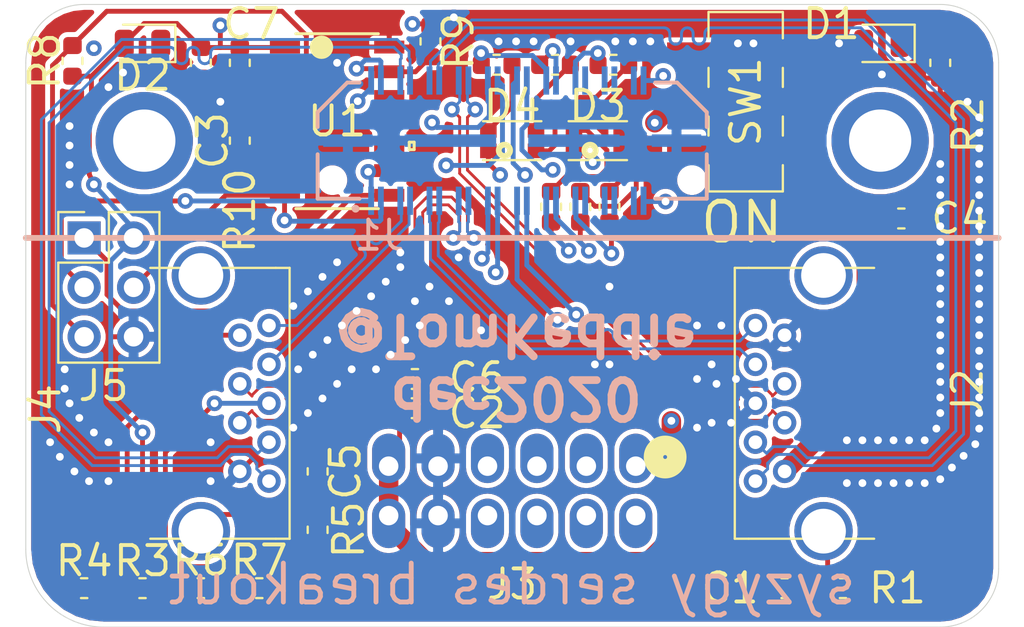
<source format=kicad_pcb>
(kicad_pcb (version 20171130) (host pcbnew 5.1.7-a382d34a8~88~ubuntu20.04.1)
  (layers (0 F.Cu signal) (1 In1.Cu signal) (2 In2.Cu signal hide) (31 B.Cu signal hide) (34 B.Paste user) (35 F.Paste user) (36 B.SilkS user) (37 F.SilkS user) (38 B.Mask user) (39 F.Mask user) (44 Edge.Cuts user))
  (net 0 "")
  (net 1 "Net-(J1-Pad38)")
  (net 2 "Net-(J1-Pad37)")
  (net 3 +3V3)
  (net 4 /C2P_CLK_N)
  (net 5 /P2C_CLK_N)
  (net 6 /C2P_CLK_P)
  (net 7 /P2C_CLK_P)
  (net 8 /S17)
  (net 9 /S16)
  (net 10 /S15)
  (net 11 /S14)
  (net 12 /S13)
  (net 13 /S12)
  (net 14 /S11)
  (net 15 /S10)
  (net 16 /S9)
  (net 17 /S8)
  (net 18 /S7)
  (net 19 /S6)
  (net 20 /S5)
  (net 21 /S4)
  (net 22 /S3)
  (net 23 /S2)
  (net 24 /REFCLK_N)
  (net 25 /REFCLK_P)
  (net 26 /TX1_N)
  (net 27 /RX1_N)
  (net 28 /TX1_P)
  (net 29 /RX1_P)
  (net 30 /TX0_N)
  (net 31 /RX0_N)
  (net 32 /TX0_P)
  (net 33 /RX0_P)
  (net 34 /R_GA)
  (net 35 +5V)
  (net 36 GND)
  (net 37 /SHIELD1)
  (net 38 /SHIELD0)
  (net 39 "Net-(D1-Pad1)")
  (net 40 "Net-(J2-Pad1)")
  (net 41 /DRAIN)
  (net 42 /WAKE)
  (net 43 "Net-(SW1-Pad3)")
  (net 44 "Net-(SW1-Pad6)")
  (net 45 "Net-(SW1-Pad5)")
  (net 46 "Net-(SW1-Pad4)")
  (net 47 VCC)
  (net 48 /PMCU_MOSI)
  (net 49 /PMCU_SCK)
  (net 50 /PMCU_RESET)
  (net 51 /PMCU_MISO)
  (net 52 "Net-(U1-Pad12)")
  (net 53 "Net-(U1-Pad11)")
  (net 54 "Net-(U1-Pad10)")
  (net 55 "Net-(U1-Pad6)")
  (net 56 "Net-(U1-Pad3)")
  (net 57 "Net-(U1-Pad2)")
  (net 58 "Net-(D2-Pad1)")
  (net 59 /PB2)
  (net 60 /S0_N)
  (net 61 /S0_P)
  (net 62 "Net-(D3-Pad4)")
  (net 63 "Net-(D3-Pad3)")
  (net 64 "Net-(D3-Pad1)")
  (net 65 "Net-(D4-Pad4)")
  (net 66 "Net-(D4-Pad3)")
  (net 67 "Net-(D4-Pad1)")
  (module tom-passives:R_0603_1608Metric (layer F.Cu) (at 105.2 96.1 180)
    (fp_text reference R16 hide)
    (fp_text value 300R/5% hide)
    (pad 2 smd roundrect (at 0.7875 0 180) (size 0.875 0.95) (layers F.Cu F.Paste F.Mask) (net 10 /S15))
    (pad 1 smd roundrect (at -0.7875 0 180) (size 0.875 0.95) (layers F.Cu F.Paste F.Mask) (net 67 "Net-(D4-Pad1)"))
  )
  (module tom-passives:R_0603_1608Metric (layer F.Cu) (at 102.2 96.1 180)
    (fp_text reference R15 hide)
    (fp_text value 300R/5% hide)
    (pad 2 smd roundrect (at 0.7875 0 180) (size 0.875 0.95) (layers F.Cu F.Paste F.Mask) (net 12 /S13))
    (pad 1 smd roundrect (at -0.7875 0 180) (size 0.875 0.95) (layers F.Cu F.Paste F.Mask) (net 66 "Net-(D4-Pad3)"))
  )
  (module tom-passives:R_0603_1608Metric (layer F.Cu) (at 99.2 96.1 180)
    (fp_text reference R14 hide)
    (fp_text value 1k2/5% hide)
    (pad 2 smd roundrect (at 0.7875 0 180) (size 0.875 0.95) (layers F.Cu F.Paste F.Mask) (net 14 /S11))
    (pad 1 smd roundrect (at -0.7875 0 180) (size 0.875 0.95) (layers F.Cu F.Paste F.Mask) (net 65 "Net-(D4-Pad4)"))
  )
  (module tom-passives:R_0603_1608Metric (layer F.Cu) (at 105 103.4 270)
    (fp_text reference R13 hide)
    (fp_text value 300R/5% hide)
    (pad 2 smd roundrect (at 0.7875 0 270) (size 0.875 0.95) (layers F.Cu F.Paste F.Mask) (net 11 /S14))
    (pad 1 smd roundrect (at -0.7875 0 270) (size 0.875 0.95) (layers F.Cu F.Paste F.Mask) (net 64 "Net-(D3-Pad1)"))
  )
  (module tom-passives:R_0603_1608Metric (layer F.Cu) (at 103.5 103.4 270)
    (fp_text reference R12 hide)
    (fp_text value 300R/5% hide)
    (pad 2 smd roundrect (at 0.7875 0 270) (size 0.875 0.95) (layers F.Cu F.Paste F.Mask) (net 13 /S12))
    (pad 1 smd roundrect (at -0.7875 0 270) (size 0.875 0.95) (layers F.Cu F.Paste F.Mask) (net 63 "Net-(D3-Pad3)"))
  )
  (module tom-passives:R_0603_1608Metric (layer F.Cu) (at 102 103.4 270)
    (fp_text reference R11 hide)
    (fp_text value 1k2/5% hide)
    (pad 2 smd roundrect (at 0.7875 0 270) (size 0.875 0.95) (layers F.Cu F.Paste F.Mask) (net 15 /S10))
    (pad 1 smd roundrect (at -0.7875 0 270) (size 0.875 0.95) (layers F.Cu F.Paste F.Mask) (net 62 "Net-(D3-Pad4)"))
  )
  (module tom-opto:E6C1206RGBC3UDA (layer F.Cu) (at 100 100 180)
    (fp_text reference D4 (at 0 1.8 unlocked) (layer F.SilkS) (effects (font (size 1.5 1.5) (thickness 0.2))))
    (fp_text value E6C1206RGBC3UDA hide)
    (pad 2 smd rect (at 1.225 -0.525 180) (size 0.85 0.75) (layers F.Cu F.Paste F.Mask) (net 47 VCC))
    (pad 4 smd rect (at 1.225 0.525 180) (size 0.85 0.75) (layers F.Cu F.Paste F.Mask) (net 65 "Net-(D4-Pad4)"))
    (pad 3 smd rect (at -1.225 0.525 180) (size 0.85 0.75) (layers F.Cu F.Paste F.Mask) (net 66 "Net-(D4-Pad3)"))
    (pad 1 smd rect (at -1.225 -0.525 180) (size 0.85 0.75) (layers F.Cu F.Paste F.Mask) (net 67 "Net-(D4-Pad1)"))
  )
  (module tom-opto:E6C1206RGBC3UDA (layer F.Cu) (at 104.4 100 180)
    (fp_text reference D3 (at 0 1.8 unlocked) (layer F.SilkS) (effects (font (size 1.5 1.5) (thickness 0.2))))
    (fp_text value E6C1206RGBC3UDA hide)
    (pad 2 smd rect (at 1.225 -0.525 180) (size 0.85 0.75) (layers F.Cu F.Paste F.Mask) (net 47 VCC))
    (pad 4 smd rect (at 1.225 0.525 180) (size 0.85 0.75) (layers F.Cu F.Paste F.Mask) (net 62 "Net-(D3-Pad4)"))
    (pad 3 smd rect (at -1.225 0.525 180) (size 0.85 0.75) (layers F.Cu F.Paste F.Mask) (net 63 "Net-(D3-Pad3)"))
    (pad 1 smd rect (at -1.225 -0.525 180) (size 0.85 0.75) (layers F.Cu F.Paste F.Mask) (net 64 "Net-(D3-Pad1)"))
  )
  (module tom-passives:R_0603_1608Metric (layer F.Cu) (at 86 100 270)
    (fp_text reference R10 (at 3.6 0 90 unlocked) (layer F.SilkS) (effects (font (size 1.5 1.5) (thickness 0.2))))
    (fp_text value 1k)
    (pad 2 smd roundrect (at 0.7875 0 270) (size 0.875 0.95) (layers F.Cu F.Paste F.Mask) (net 59 /PB2))
    (pad 1 smd roundrect (at -0.7875 0 270) (size 0.875 0.95) (layers F.Cu F.Paste F.Mask) (net 58 "Net-(D2-Pad1)"))
  )
  (module tom-opto:LED_0805_2012Metric (layer F.Cu) (at 81 95 180)
    (fp_text reference D2 (at 0 -1.65 unlocked) (layer F.SilkS) (effects (font (size 1.5 1.5) (thickness 0.2))))
    (fp_text value LED)
    (pad 2 smd roundrect (at 0.9375 0 180) (size 0.975 1.4) (layers F.Cu F.Paste F.Mask) (net 3 +3V3))
    (pad 1 smd roundrect (at -0.9375 0 180) (size 0.975 1.4) (layers F.Cu F.Paste F.Mask) (net 58 "Net-(D2-Pad1)"))
  )
  (module tom-passives:C_0603_1608Metric (layer F.Cu) (at 86 96 270)
    (fp_text reference C7 (at -2 -0.6 unlocked) (layer F.SilkS) (effects (font (size 1.5 1.5) (thickness 0.2))))
    (fp_text value 0.1uF/10V)
    (pad 2 smd roundrect (at 0.7875 0 270) (size 0.875 0.95) (layers F.Cu F.Paste F.Mask) (net 36 GND))
    (pad 1 smd roundrect (at -0.7875 0 270) (size 0.875 0.95) (layers F.Cu F.Paste F.Mask) (net 3 +3V3))
  )
  (module tom-semiconductors:ATTINY44A-SSUR (layer F.Cu) (at 91 99)
    (fp_text reference U1 (at 0 0 unlocked) (layer F.SilkS) (effects (font (size 1.5 1.5) (thickness 0.2))))
    (fp_text value ATTINY44A-SSUR hide)
    (pad 14 smd rect (at 2.6797 -3.81) (size 1.5494 0.6604) (layers F.Cu F.Paste F.Mask) (net 36 GND))
    (pad 13 smd rect (at 2.6797 -2.54) (size 1.5494 0.6604) (layers F.Cu F.Paste F.Mask) (net 34 /R_GA))
    (pad 12 smd rect (at 2.6797 -1.27) (size 1.5494 0.6604) (layers F.Cu F.Paste F.Mask) (net 52 "Net-(U1-Pad12)"))
    (pad 11 smd rect (at 2.6797 0) (size 1.5494 0.6604) (layers F.Cu F.Paste F.Mask) (net 53 "Net-(U1-Pad11)"))
    (pad 10 smd rect (at 2.6797 1.27) (size 1.5494 0.6604) (layers F.Cu F.Paste F.Mask) (net 54 "Net-(U1-Pad10)"))
    (pad 9 smd rect (at 2.6797 2.54) (size 1.5494 0.6604) (layers F.Cu F.Paste F.Mask) (net 49 /PMCU_SCK))
    (pad 8 smd rect (at 2.6797 3.81) (size 1.5494 0.6604) (layers F.Cu F.Paste F.Mask) (net 51 /PMCU_MISO))
    (pad 7 smd rect (at -2.6797 3.81) (size 1.5494 0.6604) (layers F.Cu F.Paste F.Mask) (net 48 /PMCU_MOSI))
    (pad 6 smd rect (at -2.6797 2.54) (size 1.5494 0.6604) (layers F.Cu F.Paste F.Mask) (net 55 "Net-(U1-Pad6)"))
    (pad 5 smd rect (at -2.6797 1.27) (size 1.5494 0.6604) (layers F.Cu F.Paste F.Mask) (net 59 /PB2))
    (pad 4 smd rect (at -2.6797 0) (size 1.5494 0.6604) (layers F.Cu F.Paste F.Mask) (net 50 /PMCU_RESET))
    (pad 3 smd rect (at -2.6797 -1.27) (size 1.5494 0.6604) (layers F.Cu F.Paste F.Mask) (net 56 "Net-(U1-Pad3)"))
    (pad 2 smd rect (at -2.6797 -2.54) (size 1.5494 0.6604) (layers F.Cu F.Paste F.Mask) (net 57 "Net-(U1-Pad2)"))
    (pad 1 smd rect (at -2.6797 -3.81) (size 1.5494 0.6604) (layers F.Cu F.Paste F.Mask) (net 3 +3V3))
  )
  (module tom-passives:R_0603_1608Metric (layer F.Cu) (at 95.8 94.9 270)
    (fp_text reference R9 (at 0 -1.43 90 unlocked) (layer F.SilkS) (effects (font (size 1.5 1.5) (thickness 0.2))))
    (fp_text value 10k/1%)
    (pad 2 smd roundrect (at 0.7875 0 270) (size 0.875 0.95) (layers F.Cu F.Paste F.Mask) (net 34 /R_GA))
    (pad 1 smd roundrect (at -0.7875 0 270) (size 0.875 0.95) (layers F.Cu F.Paste F.Mask) (net 3 +3V3))
  )
  (module tom-passives:C_0603_1608Metric (layer F.Cu) (at 77.4 95.9 90)
    (fp_text reference R8 (at 0 -1.43 90 unlocked) (layer F.SilkS) (effects (font (size 1.5 1.5) (thickness 0.2))))
    (fp_text value 10k/1%)
    (pad 2 smd roundrect (at 0.7875 0 90) (size 0.875 0.95) (layers F.Cu F.Paste F.Mask) (net 50 /PMCU_RESET))
    (pad 1 smd roundrect (at -0.7875 0 90) (size 0.875 0.95) (layers F.Cu F.Paste F.Mask) (net 3 +3V3))
  )
  (module tom-connectors:PinHeader_2x03_P2.54mm_Vertical (layer F.Cu) (at 78 105)
    (fp_text reference J5 (at 1 7.6 unlocked) (layer F.SilkS) (effects (font (size 1.5 1.5) (thickness 0.2))))
    (fp_text value PMCU_SPI)
    (pad 6 thru_hole oval (at 2.54 5.08) (size 1.7 1.7) (drill 1) (layers *.Cu *.Mask) (net 36 GND))
    (pad 5 thru_hole oval (at 0 5.08) (size 1.7 1.7) (drill 1) (layers *.Cu *.Mask) (net 50 /PMCU_RESET))
    (pad 4 thru_hole oval (at 2.54 2.54) (size 1.7 1.7) (drill 1) (layers *.Cu *.Mask) (net 48 /PMCU_MOSI))
    (pad 3 thru_hole oval (at 0 2.54) (size 1.7 1.7) (drill 1) (layers *.Cu *.Mask) (net 49 /PMCU_SCK))
    (pad 2 thru_hole oval (at 2.54 0) (size 1.7 1.7) (drill 1) (layers *.Cu *.Mask) (net 3 +3V3))
    (pad 1 thru_hole rect (at 0 0) (size 1.7 1.7) (drill 1) (layers *.Cu *.Mask) (net 51 /PMCU_MISO))
  )
  (module tom-passives:C_0603_1608Metric (layer F.Cu) (at 95 112.25)
    (fp_text reference C6 (at 3.2 -0.05 unlocked) (layer F.SilkS) (effects (font (size 1.5 1.5) (thickness 0.2))))
    (fp_text value 10uF/10V)
    (pad 2 smd roundrect (at 0.7875 0) (size 0.875 0.95) (layers F.Cu F.Paste F.Mask) (net 36 GND))
    (pad 1 smd roundrect (at -0.7875 0) (size 0.875 0.95) (layers F.Cu F.Paste F.Mask) (net 47 VCC))
  )
  (module tom-mechanical:SW_DPDT_SMD (layer F.Cu) (at 112 98 90)
    (fp_text reference SW1 (at 0 0 90 unlocked) (layer F.SilkS) (effects (font (size 1.5 1.5) (thickness 0.2))))
    (fp_text value SW_DPDT_x2)
    (pad 3 smd rect (at 2.55 -2.54 90) (size 1 3) (layers F.Cu F.Paste F.Mask) (net 43 "Net-(SW1-Pad3)"))
    (pad 2 smd rect (at 0 -2.54 90) (size 1 3) (layers F.Cu F.Paste F.Mask) (net 35 +5V))
    (pad 1 smd rect (at -2.54 -2.54 90) (size 1 3) (layers F.Cu F.Paste F.Mask) (net 40 "Net-(J2-Pad1)"))
    (pad 6 smd rect (at 2.54 2.54 90) (size 1 3) (layers F.Cu F.Paste F.Mask) (net 44 "Net-(SW1-Pad6)"))
    (pad 5 smd rect (at 0 2.54 90) (size 1 3) (layers F.Cu F.Paste F.Mask) (net 45 "Net-(SW1-Pad5)"))
    (pad 4 smd rect (at -2.54 2.54 90) (size 1 3) (layers F.Cu F.Paste F.Mask) (net 46 "Net-(SW1-Pad4)"))
  )
  (module tom-passives:R_0603_1608Metric (layer F.Cu) (at 87 123)
    (fp_text reference R7 (at 0 -1.43 unlocked) (layer F.SilkS) (effects (font (size 1.5 1.5) (thickness 0.2))))
    (fp_text value 2k2)
    (pad 2 smd roundrect (at 0.7875 0) (size 0.875 0.95) (layers F.Cu F.Paste F.Mask) (net 36 GND))
    (pad 1 smd roundrect (at -0.7875 0) (size 0.875 0.95) (layers F.Cu F.Paste F.Mask) (net 41 /DRAIN))
  )
  (module tom-passives:R_0603_1608Metric (layer F.Cu) (at 84 123)
    (fp_text reference R6 (at 0 -1.43 unlocked) (layer F.SilkS) (effects (font (size 1.5 1.5) (thickness 0.2))))
    (fp_text value 2k2)
    (pad 2 smd roundrect (at 0.7875 0) (size 0.875 0.95) (layers F.Cu F.Paste F.Mask) (net 41 /DRAIN))
    (pad 1 smd roundrect (at -0.7875 0) (size 0.875 0.95) (layers F.Cu F.Paste F.Mask) (net 3 +3V3))
  )
  (module tom-passives:R_0603_1608Metric (layer F.Cu) (at 90 120 90)
    (fp_text reference R5 (at 0 1.6 90 unlocked) (layer F.SilkS) (effects (font (size 1.5 1.5) (thickness 0.2))))
    (fp_text value 1M/5%)
    (pad 2 smd roundrect (at 0.7875 0 90) (size 0.875 0.95) (layers F.Cu F.Paste F.Mask) (net 38 /SHIELD0))
    (pad 1 smd roundrect (at -0.7875 0 90) (size 0.875 0.95) (layers F.Cu F.Paste F.Mask) (net 36 GND))
  )
  (module tom-passives:R_0603_1608Metric (layer F.Cu) (at 78 123 180)
    (fp_text reference R4 (at 0 1.4 unlocked) (layer F.SilkS) (effects (font (size 1.5 1.5) (thickness 0.2))))
    (fp_text value 2k2)
    (pad 2 smd roundrect (at 0.7875 0 180) (size 0.875 0.95) (layers F.Cu F.Paste F.Mask) (net 36 GND))
    (pad 1 smd roundrect (at -0.7875 0 180) (size 0.875 0.95) (layers F.Cu F.Paste F.Mask) (net 42 /WAKE))
  )
  (module tom-passives:R_0603_1608Metric (layer F.Cu) (at 81 123 180)
    (fp_text reference R3 (at 0 1.4 unlocked) (layer F.SilkS) (effects (font (size 1.5 1.5) (thickness 0.2))))
    (fp_text value 2k2)
    (pad 2 smd roundrect (at 0.7875 0 180) (size 0.875 0.95) (layers F.Cu F.Paste F.Mask) (net 42 /WAKE))
    (pad 1 smd roundrect (at -0.7875 0 180) (size 0.875 0.95) (layers F.Cu F.Paste F.Mask) (net 3 +3V3))
  )
  (module tom-passives:R_0603_1608Metric (layer F.Cu) (at 122 96 270)
    (fp_text reference R2 (at 3.2 -1.43 90 unlocked) (layer F.SilkS) (effects (font (size 1.5 1.5) (thickness 0.2))))
    (fp_text value 2k2)
    (pad 2 smd roundrect (at 0.7875 0 270) (size 0.875 0.95) (layers F.Cu F.Paste F.Mask) (net 36 GND))
    (pad 1 smd roundrect (at -0.7875 0 270) (size 0.875 0.95) (layers F.Cu F.Paste F.Mask) (net 39 "Net-(D1-Pad1)"))
  )
  (module tom-passives:R_0603_1608Metric (layer F.Cu) (at 117 123 180)
    (fp_text reference R1 (at -2.8 0 unlocked) (layer F.SilkS) (effects (font (size 1.5 1.5) (thickness 0.2))))
    (fp_text value 1M/5%)
    (pad 2 smd roundrect (at 0.7875 0 180) (size 0.875 0.95) (layers F.Cu F.Paste F.Mask) (net 37 /SHIELD1))
    (pad 1 smd roundrect (at -0.7875 0 180) (size 0.875 0.95) (layers F.Cu F.Paste F.Mask) (net 36 GND))
  )
  (module tom-connectors:USB3_A_Aliexpress (layer F.Cu) (at 86 110 270)
    (fp_text reference J4 (at 3.8 10 90 unlocked) (layer F.SilkS) (effects (font (size 1.5 1.5) (thickness 0.2))))
    (fp_text value USB3_A_AS_PCIE)
    (pad 10 thru_hole circle (at 10.07 2 270) (size 3 3) (drill 2.3) (layers *.Cu *.Mask) (net 38 /SHIELD0))
    (pad 10 thru_hole circle (at -3.07 2 270) (size 3 3) (drill 2.3) (layers *.Cu *.Mask) (net 38 /SHIELD0))
    (pad 9 thru_hole circle (at -0.5 -1.5 270) (size 1.2 1.2) (drill 0.7) (layers *.Cu *.Mask) (net 33 /RX0_P))
    (pad 8 thru_hole circle (at 1.5 -1.5 270) (size 1.2 1.2) (drill 0.7) (layers *.Cu *.Mask) (net 31 /RX0_N))
    (pad 7 thru_hole circle (at 3.5 -1.5 270) (size 1.2 1.2) (drill 0.7) (layers *.Cu *.Mask) (net 41 /DRAIN))
    (pad 6 thru_hole circle (at 5.5 -1.5 270) (size 1.2 1.2) (drill 0.7) (layers *.Cu *.Mask) (net 32 /TX0_P))
    (pad 5 thru_hole circle (at 7.5 -1.5 270) (size 1.2 1.2) (drill 0.7) (layers *.Cu *.Mask) (net 30 /TX0_N))
    (pad 4 thru_hole circle (at 7 0 270) (size 1.2 1.2) (drill 0.7) (layers *.Cu *.Mask) (net 36 GND))
    (pad 3 thru_hole circle (at 4.5 0 270) (size 1.2 1.2) (drill 0.7) (layers *.Cu *.Mask) (net 25 /REFCLK_P))
    (pad 2 thru_hole circle (at 2.5 0 270) (size 1.2 1.2) (drill 0.7) (layers *.Cu *.Mask) (net 24 /REFCLK_N))
    (pad 1 thru_hole circle (at 0 0 270) (size 1.2 1.2) (drill 0.7) (layers *.Cu *.Mask) (net 42 /WAKE))
  )
  (module tom-connectors:PMOD_2X6_PTH_RA_SOCKET (layer F.Cu) (at 100 118)
    (fp_text reference J3 (at 0 4.8 unlocked) (layer F.SilkS) (effects (font (size 1.5 1.5) (thickness 0.2))))
    (fp_text value PMOD-2x6-FEMALE hide)
    (pad 12 thru_hole oval (at -6.35 1.27 270) (size 2.54 1.7) (drill 1 (offset 0.4 0)) (layers *.Cu *.Mask) (net 47 VCC))
    (pad 6 thru_hole oval (at -6.35 -1.27 270) (size 2.54 1.7) (drill 1 (offset -0.4 0)) (layers *.Cu *.Mask) (net 47 VCC))
    (pad 11 thru_hole oval (at -3.81 1.27 270) (size 2.54 1.7) (drill 1 (offset 0.4 0)) (layers *.Cu *.Mask) (net 36 GND))
    (pad 5 thru_hole oval (at -3.81 -1.27 270) (size 2.54 1.7) (drill 1 (offset -0.4 0)) (layers *.Cu *.Mask) (net 36 GND))
    (pad 10 thru_hole oval (at -1.27 1.27 270) (size 2.54 1.7) (drill 1 (offset 0.4 0)) (layers *.Cu *.Mask) (net 23 /S2))
    (pad 4 thru_hole oval (at -1.27 -1.27 270) (size 2.54 1.7) (drill 1 (offset -0.4 0)) (layers *.Cu *.Mask) (net 21 /S4))
    (pad 9 thru_hole oval (at 1.27 1.27 270) (size 2.54 1.7) (drill 1 (offset 0.4 0)) (layers *.Cu *.Mask) (net 22 /S3))
    (pad 3 thru_hole oval (at 1.27 -1.27 270) (size 2.54 1.7) (drill 1 (offset -0.4 0)) (layers *.Cu *.Mask) (net 20 /S5))
    (pad 8 thru_hole oval (at 3.81 1.27 270) (size 2.54 1.7) (drill 1 (offset 0.4 0)) (layers *.Cu *.Mask) (net 19 /S6))
    (pad 2 thru_hole oval (at 3.81 -1.27 270) (size 2.54 1.7) (drill 1 (offset -0.4 0)) (layers *.Cu *.Mask) (net 17 /S8))
    (pad 7 thru_hole oval (at 6.35 1.27 270) (size 2.54 1.7) (drill 1 (offset 0.4 0)) (layers *.Cu *.Mask) (net 18 /S7))
    (pad 1 thru_hole oval (at 6.35 -1.27 270) (size 2.54 1.7) (drill 1 (offset -0.4 0)) (layers *.Cu *.Mask) (net 16 /S9))
  )
  (module tom-connectors:USB3_A_Aliexpress (layer F.Cu) (at 114 117 90)
    (fp_text reference J2 (at 4 9.4 90 unlocked) (layer F.SilkS) (effects (font (size 1.5 1.5) (thickness 0.2))))
    (fp_text value USB3_A)
    (pad 10 thru_hole circle (at 10.07 2 90) (size 3 3) (drill 2.3) (layers *.Cu *.Mask) (net 37 /SHIELD1))
    (pad 10 thru_hole circle (at -3.07 2 90) (size 3 3) (drill 2.3) (layers *.Cu *.Mask) (net 37 /SHIELD1))
    (pad 9 thru_hole circle (at -0.5 -1.5 90) (size 1.2 1.2) (drill 0.7) (layers *.Cu *.Mask) (net 28 /TX1_P))
    (pad 8 thru_hole circle (at 1.5 -1.5 90) (size 1.2 1.2) (drill 0.7) (layers *.Cu *.Mask) (net 26 /TX1_N))
    (pad 7 thru_hole circle (at 3.5 -1.5 90) (size 1.2 1.2) (drill 0.7) (layers *.Cu *.Mask) (net 36 GND))
    (pad 6 thru_hole circle (at 5.5 -1.5 90) (size 1.2 1.2) (drill 0.7) (layers *.Cu *.Mask) (net 29 /RX1_P))
    (pad 5 thru_hole circle (at 7.5 -1.5 90) (size 1.2 1.2) (drill 0.7) (layers *.Cu *.Mask) (net 27 /RX1_N))
    (pad 4 thru_hole circle (at 7 0 90) (size 1.2 1.2) (drill 0.7) (layers *.Cu *.Mask) (net 36 GND))
    (pad 3 thru_hole circle (at 4.5 0 90) (size 1.2 1.2) (drill 0.7) (layers *.Cu *.Mask) (net 61 /S0_P))
    (pad 2 thru_hole circle (at 2.5 0 90) (size 1.2 1.2) (drill 0.7) (layers *.Cu *.Mask) (net 60 /S0_N))
    (pad 1 thru_hole circle (at 0 0 90) (size 1.2 1.2) (drill 0.7) (layers *.Cu *.Mask) (net 40 "Net-(J2-Pad1)"))
  )
  (module tom-opto:LED_0805_2012Metric (layer F.Cu) (at 119 95 180)
    (fp_text reference D1 (at 2.6 1 unlocked) (layer F.SilkS) (effects (font (size 1.5 1.5) (thickness 0.2))))
    (fp_text value LED)
    (pad 2 smd roundrect (at 0.9375 0 180) (size 0.975 1.4) (layers F.Cu F.Paste F.Mask) (net 35 +5V))
    (pad 1 smd roundrect (at -0.9375 0 180) (size 0.975 1.4) (layers F.Cu F.Paste F.Mask) (net 39 "Net-(D1-Pad1)"))
  )
  (module tom-passives:C_0603_1608Metric (layer F.Cu) (at 90 117 270)
    (fp_text reference C5 (at 0 -1.43 90 unlocked) (layer F.SilkS) (effects (font (size 1.5 1.5) (thickness 0.2))))
    (fp_text value C)
    (pad 2 smd roundrect (at 0.7875 0 270) (size 0.875 0.95) (layers F.Cu F.Paste F.Mask) (net 38 /SHIELD0))
    (pad 1 smd roundrect (at -0.7875 0 270) (size 0.875 0.95) (layers F.Cu F.Paste F.Mask) (net 36 GND))
  )
  (module tom-passives:C_0603_1608Metric (layer F.Cu) (at 120 104)
    (fp_text reference C4 (at 3 0 unlocked) (layer F.SilkS) (effects (font (size 1.5 1.5) (thickness 0.2))))
    (fp_text value 10uF/10V)
    (pad 2 smd roundrect (at 0.7875 0) (size 0.875 0.95) (layers F.Cu F.Paste F.Mask) (net 36 GND))
    (pad 1 smd roundrect (at -0.7875 0) (size 0.875 0.95) (layers F.Cu F.Paste F.Mask) (net 35 +5V))
  )
  (module tom-passives:C_0603_1608Metric (layer F.Cu) (at 84 96 270)
    (fp_text reference C3 (at 4 -0.6 90 unlocked) (layer F.SilkS) (effects (font (size 1.5 1.5) (thickness 0.2))))
    (fp_text value 10uF/10V)
    (pad 2 smd roundrect (at 0.7875 0 270) (size 0.875 0.95) (layers F.Cu F.Paste F.Mask) (net 36 GND))
    (pad 1 smd roundrect (at -0.7875 0 270) (size 0.875 0.95) (layers F.Cu F.Paste F.Mask) (net 3 +3V3))
  )
  (module tom-passives:C_0603_1608Metric (layer F.Cu) (at 95 113.75)
    (fp_text reference C2 (at 3.2 0.25 unlocked) (layer F.SilkS) (effects (font (size 1.5 1.5) (thickness 0.2))))
    (fp_text value 10uF/10V)
    (pad 2 smd roundrect (at 0.7875 0) (size 0.875 0.95) (layers F.Cu F.Paste F.Mask) (net 36 GND))
    (pad 1 smd roundrect (at -0.7875 0) (size 0.875 0.95) (layers F.Cu F.Paste F.Mask) (net 47 VCC))
  )
  (module tom-passives:C_0603_1608Metric (layer F.Cu) (at 114 123)
    (fp_text reference C1 (at -2.8 0 unlocked) (layer F.SilkS) (effects (font (size 1.5 1.5) (thickness 0.2))))
    (fp_text value C)
    (pad 2 smd roundrect (at 0.7875 0) (size 0.875 0.95) (layers F.Cu F.Paste F.Mask) (net 37 /SHIELD1))
    (pad 1 smd roundrect (at -0.7875 0) (size 0.875 0.95) (layers F.Cu F.Paste F.Mask) (net 36 GND))
  )
  (module syzygy-serdes-breakout:SAMTEC_QTH-020-01-X-D-DP-A (layer B.Cu) (at 100 100)
    (fp_text reference J1 (at -6.825 4.875 unlocked) (layer B.SilkS) (effects (font (size 1.5 1.5) (thickness 0.2)) (justify mirror)))
    (fp_text value QTH-020-01-X-D-DP-A)
    (pad None np_thru_hole circle (at 9.24 2.03) (size 1.02 1.02) (drill 1.02) (layers *.Cu *.Mask))
    (pad None np_thru_hole circle (at -9.24 2.03) (size 1.02 1.02) (drill 1.02) (layers *.Cu *.Mask))
    (pad 40 smd rect (at 6.75 -3.09) (size 0.3 1.45) (layers B.Cu B.Paste B.Mask) (net 3 +3V3))
    (pad 39 smd rect (at 6.75 3.09) (size 0.3 1.45) (layers B.Cu B.Paste B.Mask) (net 47 VCC))
    (pad 38 smd rect (at 6.25 -3.09) (size 0.3 1.45) (layers B.Cu B.Paste B.Mask) (net 1 "Net-(J1-Pad38)"))
    (pad 37 smd rect (at 6.25 3.09) (size 0.3 1.45) (layers B.Cu B.Paste B.Mask) (net 2 "Net-(J1-Pad37)"))
    (pad 36 smd rect (at 5.25 -3.09) (size 0.3 1.45) (layers B.Cu B.Paste B.Mask) (net 4 /C2P_CLK_N))
    (pad 35 smd rect (at 5.25 3.09) (size 0.3 1.45) (layers B.Cu B.Paste B.Mask) (net 5 /P2C_CLK_N))
    (pad 34 smd rect (at 4.75 -3.09) (size 0.3 1.45) (layers B.Cu B.Paste B.Mask) (net 6 /C2P_CLK_P))
    (pad 33 smd rect (at 4.75 3.09) (size 0.3 1.45) (layers B.Cu B.Paste B.Mask) (net 7 /P2C_CLK_P))
    (pad 32 smd rect (at 3.75 -3.09) (size 0.3 1.45) (layers B.Cu B.Paste B.Mask) (net 8 /S17))
    (pad 31 smd rect (at 3.75 3.09) (size 0.3 1.45) (layers B.Cu B.Paste B.Mask) (net 9 /S16))
    (pad 30 smd rect (at 3.25 -3.09) (size 0.3 1.45) (layers B.Cu B.Paste B.Mask) (net 10 /S15))
    (pad 29 smd rect (at 3.25 3.09) (size 0.3 1.45) (layers B.Cu B.Paste B.Mask) (net 11 /S14))
    (pad 28 smd rect (at 2.25 -3.09) (size 0.3 1.45) (layers B.Cu B.Paste B.Mask) (net 12 /S13))
    (pad 27 smd rect (at 2.25 3.09) (size 0.3 1.45) (layers B.Cu B.Paste B.Mask) (net 13 /S12))
    (pad 26 smd rect (at 1.75 -3.09) (size 0.3 1.45) (layers B.Cu B.Paste B.Mask) (net 14 /S11))
    (pad 25 smd rect (at 1.75 3.09) (size 0.3 1.45) (layers B.Cu B.Paste B.Mask) (net 15 /S10))
    (pad 24 smd rect (at 0.75 -3.09) (size 0.3 1.45) (layers B.Cu B.Paste B.Mask) (net 16 /S9))
    (pad 23 smd rect (at 0.75 3.09) (size 0.3 1.45) (layers B.Cu B.Paste B.Mask) (net 17 /S8))
    (pad 22 smd rect (at 0.25 -3.09) (size 0.3 1.45) (layers B.Cu B.Paste B.Mask) (net 18 /S7))
    (pad 21 smd rect (at 0.25 3.09) (size 0.3 1.45) (layers B.Cu B.Paste B.Mask) (net 19 /S6))
    (pad 20 smd rect (at -0.75 -3.09) (size 0.3 1.45) (layers B.Cu B.Paste B.Mask) (net 20 /S5))
    (pad 19 smd rect (at -0.75 3.09) (size 0.3 1.45) (layers B.Cu B.Paste B.Mask) (net 21 /S4))
    (pad 18 smd rect (at -1.25 -3.09) (size 0.3 1.45) (layers B.Cu B.Paste B.Mask) (net 22 /S3))
    (pad 17 smd rect (at -1.25 3.09) (size 0.3 1.45) (layers B.Cu B.Paste B.Mask) (net 23 /S2))
    (pad 16 smd rect (at -2.25 -3.09) (size 0.3 1.45) (layers B.Cu B.Paste B.Mask) (net 61 /S0_P))
    (pad 15 smd rect (at -2.25 3.09) (size 0.3 1.45) (layers B.Cu B.Paste B.Mask) (net 24 /REFCLK_N))
    (pad 14 smd rect (at -2.75 -3.09) (size 0.3 1.45) (layers B.Cu B.Paste B.Mask) (net 60 /S0_N))
    (pad 13 smd rect (at -2.75 3.09) (size 0.3 1.45) (layers B.Cu B.Paste B.Mask) (net 25 /REFCLK_P))
    (pad 12 smd rect (at -3.75 -3.09) (size 0.3 1.45) (layers B.Cu B.Paste B.Mask) (net 26 /TX1_N))
    (pad 11 smd rect (at -3.75 3.09) (size 0.3 1.45) (layers B.Cu B.Paste B.Mask) (net 27 /RX1_N))
    (pad 10 smd rect (at -4.25 -3.09) (size 0.3 1.45) (layers B.Cu B.Paste B.Mask) (net 28 /TX1_P))
    (pad 09 smd rect (at -4.25 3.09) (size 0.3 1.45) (layers B.Cu B.Paste B.Mask) (net 29 /RX1_P))
    (pad 08 smd rect (at -5.25 -3.09) (size 0.3 1.45) (layers B.Cu B.Paste B.Mask) (net 30 /TX0_N))
    (pad 07 smd rect (at -5.25 3.09) (size 0.3 1.45) (layers B.Cu B.Paste B.Mask) (net 31 /RX0_N))
    (pad 06 smd rect (at -5.75 -3.09) (size 0.3 1.45) (layers B.Cu B.Paste B.Mask) (net 32 /TX0_P))
    (pad 05 smd rect (at -5.75 3.09) (size 0.3 1.45) (layers B.Cu B.Paste B.Mask) (net 33 /RX0_P))
    (pad 04 smd rect (at -6.75 -3.09) (size 0.3 1.45) (layers B.Cu B.Paste B.Mask) (net 34 /R_GA))
    (pad 03 smd rect (at -6.75 3.09) (size 0.3 1.45) (layers B.Cu B.Paste B.Mask) (net 48 /PMCU_MOSI))
    (pad 02 smd rect (at -7.25 -3.09) (size 0.3 1.45) (layers B.Cu B.Paste B.Mask) (net 35 +5V))
    (pad 01 smd rect (at -7.25 3.09) (size 0.3 1.45) (layers B.Cu B.Paste B.Mask) (net 49 /PMCU_SCK))
    (pad G3 smd rect (at 3.175 0) (size 4.7 0.64) (layers B.Cu B.Paste B.Mask) (net 36 GND))
    (pad G2 smd rect (at -3.175 0) (size 4.7 0.64) (layers B.Cu B.Paste B.Mask) (net 36 GND))
    (pad G4 smd rect (at 8.445 0) (size 2.54 0.64) (layers B.Cu B.Paste B.Mask) (net 36 GND))
    (pad G1 smd rect (at -8.445 0) (size 2.54 0.64) (layers B.Cu B.Paste B.Mask) (net 36 GND))
  )
  (gr_text "dec2020\n@TomKeddie" (at 100.2 111.6 180) (layer B.SilkS) (effects (font (size 2 2) (thickness 0.4)) (justify mirror)))
  (gr_text "syzygy serdes breakout" (at 100 122.8) (layer B.SilkS) (effects (font (size 2 2) (thickness 0.25)) (justify mirror)))
  (gr_circle (center 90.2 95.2) (end 90.5 95.2) (layer F.SilkS) (width 0.6))
  (gr_text ON (at 111.8 104.2) (layer F.SilkS) (effects (font (size 2 2) (thickness 0.25))))
  (gr_line (start 122 125) (end 79 125) (layer Edge.Cuts) (width 0.05))
  (gr_line (start 78 93) (end 122 93) (layer Edge.Cuts) (width 0.05))
  (gr_line (start 75 96) (end 75 121) (layer Edge.Cuts) (width 0.05))
  (gr_line (start 125 96) (end 125 122) (layer Edge.Cuts) (width 0.05))
  (gr_arc (start 122 122) (end 122 125) (angle -90) (layer Edge.Cuts) (width 0.05))
  (gr_arc (start 79 121) (end 75 121) (angle -90) (layer Edge.Cuts) (width 0.05))
  (gr_arc (start 122 96) (end 125 96) (angle -90) (layer Edge.Cuts) (width 0.05))
  (gr_arc (start 78 96) (end 78 93) (angle -90) (layer Edge.Cuts) (width 0.05))
  (gr_line (start 75 105) (end 125 105) (layer B.SilkS) (width 0.3))
  (via (at 81.09 100) (size 5) (drill 3.2) (layers F.Cu B.Cu) (net 0))
  (via (at 118.91 100) (size 5) (drill 3.2) (layers F.Cu B.Cu) (net 0))
  (via (at 78.5 95.25) (size 0.8) (drill 0.4) (layers F.Cu B.Cu) (net 0))
  (segment (start 81.08751 93.97499) (end 82.76249 93.97499) (width 0.25) (layer F.Cu) (net 3))
  (segment (start 80.0625 95) (end 81.08751 93.97499) (width 0.25) (layer F.Cu) (net 3))
  (segment (start 82.76249 93.97499) (end 84 95.2125) (width 0.25) (layer F.Cu) (net 3))
  (segment (start 78.375 96.6875) (end 80.0625 95) (width 0.25) (layer F.Cu) (net 3))
  (segment (start 77.4 96.6875) (end 78.375 96.6875) (width 0.25) (layer F.Cu) (net 3))
  (segment (start 88.2978 95.2125) (end 88.3203 95.19) (width 0.25) (layer F.Cu) (net 3))
  (segment (start 86 95.2125) (end 88.2978 95.2125) (width 0.25) (layer F.Cu) (net 3))
  (via (at 94.87 94) (size 0.8) (drill 0.4) (layers F.Cu B.Cu) (net 3))
  (segment (start 95.6875 94) (end 95.8 94.1125) (width 0.25) (layer F.Cu) (net 3))
  (segment (start 94.87 94) (end 95.6875 94) (width 0.25) (layer F.Cu) (net 3))
  (via (at 85 94.07502) (size 0.8) (drill 0.4) (layers F.Cu B.Cu) (net 3))
  (segment (start 85 95.21) (end 85.0025 95.2125) (width 0.25) (layer F.Cu) (net 3))
  (segment (start 85 94.07502) (end 85 95.21) (width 0.25) (layer F.Cu) (net 3))
  (segment (start 85.0025 95.2125) (end 86 95.2125) (width 0.25) (layer F.Cu) (net 3))
  (segment (start 84 95.2125) (end 85.0025 95.2125) (width 0.25) (layer F.Cu) (net 3))
  (segment (start 106.75 96.91) (end 106.75 96.944347) (width 0.25) (layer B.Cu) (net 3))
  (via (at 107.76 96.67) (size 0.8) (drill 0.4) (layers F.Cu B.Cu) (net 3))
  (segment (start 107.52 96.91) (end 107.76 96.67) (width 0.25) (layer B.Cu) (net 3))
  (segment (start 106.75 96.91) (end 107.52 96.91) (width 0.25) (layer B.Cu) (net 3))
  (segment (start 83.2125 123) (end 83 123) (width 0.25) (layer F.Cu) (net 3))
  (via (at 81 115) (size 0.8) (drill 0.4) (layers F.Cu B.Cu) (net 3))
  (segment (start 79.364999 113.364999) (end 81 115) (width 0.25) (layer B.Cu) (net 3))
  (segment (start 79.364999 106.175001) (end 79.364999 113.364999) (width 0.25) (layer B.Cu) (net 3))
  (segment (start 80.54 105) (end 79.364999 106.175001) (width 0.25) (layer B.Cu) (net 3))
  (segment (start 81 122.2125) (end 81.7875 123) (width 0.25) (layer F.Cu) (net 3))
  (segment (start 81 115) (end 81 122.2125) (width 0.25) (layer F.Cu) (net 3))
  (segment (start 81.7875 123) (end 83.2125 123) (width 0.25) (layer F.Cu) (net 3))
  (segment (start 80.54 104.54) (end 80.54 105) (width 0.25) (layer B.Cu) (net 3))
  (segment (start 78.5 102.25) (end 80.54 104.54) (width 0.25) (layer B.Cu) (net 3))
  (segment (start 78.375 98.533998) (end 78.375 96.6875) (width 0.25) (layer F.Cu) (net 3))
  (segment (start 78.264999 98.643999) (end 78.375 98.533998) (width 0.25) (layer F.Cu) (net 3))
  (segment (start 78.264999 101.735001) (end 78.264999 98.643999) (width 0.25) (layer F.Cu) (net 3))
  (segment (start 78.5 102.25) (end 78.264999 101.735001) (width 0.25) (layer F.Cu) (net 3))
  (via (at 78.5 102.25) (size 0.8) (drill 0.4) (layers F.Cu B.Cu) (net 3))
  (via (at 104.4 95.5) (size 0.8) (drill 0.4) (layers F.Cu B.Cu) (net 10))
  (segment (start 103.685 95.5) (end 104.4 95.5) (width 0.25) (layer B.Cu) (net 10))
  (segment (start 103.25 95.935) (end 103.685 95.5) (width 0.25) (layer B.Cu) (net 10))
  (segment (start 103.25 96.91) (end 103.25 95.935) (width 0.25) (layer B.Cu) (net 10))
  (segment (start 104.4 96.0875) (end 104.4125 96.1) (width 0.25) (layer F.Cu) (net 10))
  (segment (start 104.4 95.5) (end 104.4 96.0875) (width 0.25) (layer F.Cu) (net 10))
  (via (at 105.1 105.8) (size 0.8) (drill 0.4) (layers F.Cu B.Cu) (net 11))
  (segment (start 103.25 103.09) (end 103.274999 103.114999) (width 0.25) (layer B.Cu) (net 11))
  (segment (start 103.274999 103.974999) (end 105.1 105.8) (width 0.25) (layer B.Cu) (net 11))
  (segment (start 103.274999 103.114999) (end 103.274999 103.974999) (width 0.25) (layer B.Cu) (net 11))
  (segment (start 105.1 104.2875) (end 105 104.1875) (width 0.25) (layer F.Cu) (net 11))
  (segment (start 105.1 105.8) (end 105.1 104.2875) (width 0.25) (layer F.Cu) (net 11))
  (via (at 102.087102 95.390199) (size 0.8) (drill 0.4) (layers F.Cu B.Cu) (net 12))
  (segment (start 101.4125 96.064801) (end 102.087102 95.390199) (width 0.25) (layer F.Cu) (net 12))
  (segment (start 101.4125 96.1) (end 101.4125 96.064801) (width 0.25) (layer F.Cu) (net 12))
  (segment (start 102.25 95.553097) (end 102.25 96.91) (width 0.25) (layer B.Cu) (net 12))
  (segment (start 102.087102 95.390199) (end 102.25 95.553097) (width 0.25) (layer B.Cu) (net 12))
  (segment (start 103.5 105.22532) (end 103.93734 105.66266) (width 0.25) (layer F.Cu) (net 13))
  (segment (start 103.5 104.1875) (end 103.5 105.22532) (width 0.25) (layer F.Cu) (net 13))
  (segment (start 102.25 103.97532) (end 103.93734 105.66266) (width 0.25) (layer B.Cu) (net 13))
  (via (at 103.93734 105.66266) (size 0.8) (drill 0.4) (layers F.Cu B.Cu) (net 13))
  (segment (start 102.25 103.09) (end 102.25 103.97532) (width 0.25) (layer B.Cu) (net 13))
  (via (at 98.4 95.5) (size 0.8) (drill 0.4) (layers F.Cu B.Cu) (net 14))
  (segment (start 98.4 96.0875) (end 98.4125 96.1) (width 0.25) (layer F.Cu) (net 14))
  (segment (start 98.4 95.5) (end 98.4 96.0875) (width 0.25) (layer F.Cu) (net 14))
  (segment (start 98.4 95.5) (end 98.525001 95.625001) (width 0.25) (layer B.Cu) (net 14))
  (segment (start 98.525001 95.625001) (end 101.040001 95.625001) (width 0.25) (layer B.Cu) (net 14))
  (segment (start 101.75 96.335) (end 101.75 96.91) (width 0.25) (layer B.Cu) (net 14))
  (segment (start 101.040001 95.625001) (end 101.75 96.335) (width 0.25) (layer B.Cu) (net 14))
  (segment (start 102 104.75064) (end 102.904087 105.654727) (width 0.25) (layer F.Cu) (net 15))
  (segment (start 102 104.1875) (end 102 104.75064) (width 0.25) (layer F.Cu) (net 15))
  (segment (start 101.75 104.50064) (end 102.904087 105.654727) (width 0.25) (layer B.Cu) (net 15))
  (segment (start 101.75 103.09) (end 101.75 104.50064) (width 0.25) (layer B.Cu) (net 15))
  (via (at 102.904087 105.654727) (size 0.8) (drill 0.4) (layers F.Cu B.Cu) (net 15))
  (segment (start 101.520245 101.50125) (end 102.08593 101.50125) (width 0.25) (layer B.Cu) (net 16))
  (segment (start 100.499999 100.481004) (end 101.520245 101.50125) (width 0.25) (layer B.Cu) (net 16))
  (segment (start 100.499999 99.419999) (end 100.499999 100.481004) (width 0.25) (layer B.Cu) (net 16))
  (segment (start 100.75 99.169998) (end 100.499999 99.419999) (width 0.25) (layer B.Cu) (net 16))
  (segment (start 100.75 96.91) (end 100.75 99.169998) (width 0.25) (layer B.Cu) (net 16))
  (via (at 102.08593 101.50125) (size 0.8) (drill 0.4) (layers F.Cu B.Cu) (net 16))
  (segment (start 100.75 103.09) (end 100.75 106.4) (width 0.25) (layer B.Cu) (net 17))
  (via (at 103.29 108.94) (size 0.8) (drill 0.4) (layers F.Cu B.Cu) (net 17))
  (segment (start 100.75 106.4) (end 103.29 108.94) (width 0.25) (layer B.Cu) (net 17))
  (via (at 100.659675 101.764996) (size 0.8) (drill 0.4) (layers F.Cu B.Cu) (net 18))
  (segment (start 100.049988 101.155309) (end 100.659675 101.764996) (width 0.25) (layer B.Cu) (net 18))
  (segment (start 100.049988 97.110012) (end 100.049988 101.155309) (width 0.25) (layer B.Cu) (net 18))
  (segment (start 100.25 96.91) (end 100.049988 97.110012) (width 0.25) (layer B.Cu) (net 18))
  (via (at 102.325716 109.204913) (size 0.8) (drill 0.4) (layers F.Cu B.Cu) (net 19))
  (segment (start 100.25 103.09) (end 100.25 107.129197) (width 0.25) (layer B.Cu) (net 19))
  (segment (start 100.25 107.129197) (end 102.325716 109.204913) (width 0.25) (layer B.Cu) (net 19))
  (segment (start 99.25 96.91) (end 99.500001 97.160001) (width 0.25) (layer B.Cu) (net 20))
  (segment (start 98.807662 101.27234) (end 96.603393 101.27234) (width 0.25) (layer B.Cu) (net 20))
  (via (at 96.603393 101.27234) (size 0.8) (drill 0.4) (layers F.Cu B.Cu) (net 20))
  (segment (start 99.500001 100.580001) (end 98.807662 101.27234) (width 0.25) (layer B.Cu) (net 20))
  (segment (start 99.500001 97.160001) (end 99.500001 100.580001) (width 0.25) (layer B.Cu) (net 20))
  (via (at 99.15 106.77) (size 0.8) (drill 0.4) (layers F.Cu B.Cu) (net 21))
  (segment (start 99.25 106.67) (end 99.15 106.77) (width 0.25) (layer B.Cu) (net 21))
  (segment (start 99.25 103.09) (end 99.25 106.67) (width 0.25) (layer B.Cu) (net 21))
  (segment (start 98.251094 99.321908) (end 96.130281 99.321908) (width 0.25) (layer B.Cu) (net 22))
  (segment (start 98.825001 98.748001) (end 98.251094 99.321908) (width 0.25) (layer B.Cu) (net 22))
  (via (at 95.878383 99.07001) (size 0.8) (drill 0.4) (layers F.Cu B.Cu) (net 22))
  (segment (start 98.75 97.976998) (end 98.825001 98.051999) (width 0.25) (layer B.Cu) (net 22))
  (segment (start 96.130281 99.321908) (end 95.878383 99.07001) (width 0.25) (layer B.Cu) (net 22))
  (segment (start 98.75 96.91) (end 98.75 97.976998) (width 0.25) (layer B.Cu) (net 22))
  (segment (start 98.825001 98.051999) (end 98.825001 98.748001) (width 0.25) (layer B.Cu) (net 22))
  (via (at 98.442899 106.06287) (size 0.8) (drill 0.4) (layers F.Cu B.Cu) (net 23))
  (segment (start 98.75 103.09) (end 98.751501 103.091501) (width 0.25) (layer B.Cu) (net 23))
  (segment (start 98.751501 103.091501) (end 98.751501 105.754268) (width 0.25) (layer B.Cu) (net 23))
  (segment (start 98.751501 105.754268) (end 98.442899 106.06287) (width 0.25) (layer B.Cu) (net 23))
  (segment (start 97.75 104.177501) (end 97.7 104.227501) (width 0.147) (layer B.Cu) (net 24))
  (segment (start 97.7 103.717156) (end 97.7 104.6735) (width 0.147) (layer F.Cu) (net 24))
  (segment (start 96.882844 102.9) (end 97.7 103.717156) (width 0.147) (layer F.Cu) (net 24))
  (segment (start 95.617156 102.9) (end 96.882844 102.9) (width 0.147) (layer F.Cu) (net 24))
  (segment (start 95 103.517156) (end 95.617156 102.9) (width 0.147) (layer F.Cu) (net 24))
  (segment (start 95 106.717156) (end 95 103.517156) (width 0.147) (layer F.Cu) (net 24))
  (segment (start 88.417156 113.3) (end 95 106.717156) (width 0.147) (layer F.Cu) (net 24))
  (segment (start 87.080719 112.626499) (end 87.919281 112.626499) (width 0.147) (layer F.Cu) (net 24))
  (segment (start 86 112.5) (end 86.626499 113.126499) (width 0.147) (layer F.Cu) (net 24))
  (segment (start 87.919281 112.626499) (end 88.373501 113.080719) (width 0.147) (layer F.Cu) (net 24))
  (segment (start 88.373501 113.080719) (end 88.373501 113.256345) (width 0.147) (layer F.Cu) (net 24))
  (segment (start 86.626499 113.126499) (end 86.626499 113.080719) (width 0.147) (layer F.Cu) (net 24))
  (segment (start 86.626499 113.080719) (end 87.080719 112.626499) (width 0.147) (layer F.Cu) (net 24))
  (segment (start 88.373501 113.256345) (end 88.417156 113.3) (width 0.147) (layer F.Cu) (net 24))
  (segment (start 97.7 104.6735) (end 98.0265 105) (width 0.147) (layer B.Cu) (net 24))
  (segment (start 97.7 104.227501) (end 97.7 104.6735) (width 0.147) (layer B.Cu) (net 24))
  (segment (start 98.0265 105) (end 97.7 104.6735) (width 0.147) (layer F.Cu) (net 24))
  (segment (start 97.75 103.09) (end 97.75 104.177501) (width 0.147) (layer B.Cu) (net 24))
  (via (at 98.0265 105) (size 0.8) (drill 0.4) (layers F.Cu B.Cu) (net 24))
  (via (at 96.9735 105) (size 0.8) (drill 0.4) (layers F.Cu B.Cu) (net 25))
  (segment (start 97.3 104.6735) (end 96.981805 104.991695) (width 0.147) (layer F.Cu) (net 25))
  (segment (start 96.981805 104.991695) (end 96.9735 105) (width 0.147) (layer F.Cu) (net 25))
  (segment (start 97.3 104.6735) (end 96.9735 105) (width 0.147) (layer B.Cu) (net 25))
  (segment (start 97.3 104.227501) (end 97.3 104.6735) (width 0.147) (layer B.Cu) (net 25))
  (segment (start 97.25 104.177501) (end 97.3 104.227501) (width 0.147) (layer B.Cu) (net 25))
  (segment (start 97.25 103.09) (end 97.25 104.177501) (width 0.147) (layer B.Cu) (net 25))
  (segment (start 97.3 104.6735) (end 96.9735 105) (width 0.147) (layer F.Cu) (net 25))
  (segment (start 88.582844 113.709938) (end 87.919281 114.373501) (width 0.147) (layer F.Cu) (net 25))
  (segment (start 92.917823 110.177033) (end 92.865301 110.135146) (width 0.147) (layer F.Cu) (net 25))
  (segment (start 92.97835 110.206179) (end 92.917823 110.177033) (width 0.147) (layer F.Cu) (net 25))
  (segment (start 94.209125 109.17357) (end 94.179977 109.234096) (width 0.147) (layer F.Cu) (net 25))
  (segment (start 93.043843 110.221129) (end 92.97835 110.206179) (width 0.147) (layer F.Cu) (net 25))
  (segment (start 93.237043 110.177032) (end 93.176516 110.20618) (width 0.147) (layer F.Cu) (net 25))
  (segment (start 93.176516 110.20618) (end 93.111023 110.221128) (width 0.147) (layer F.Cu) (net 25))
  (segment (start 93.289565 110.135146) (end 93.237043 110.177032) (width 0.147) (layer F.Cu) (net 25))
  (segment (start 94.138092 109.286619) (end 94.08557 109.328505) (width 0.147) (layer F.Cu) (net 25))
  (segment (start 93.360598 110.022097) (end 93.33145 110.082623) (width 0.147) (layer F.Cu) (net 25))
  (segment (start 93.920391 108.40447) (end 93.905441 108.469965) (width 0.147) (layer F.Cu) (net 25))
  (segment (start 93.89237 109.372602) (end 93.826877 109.357652) (width 0.147) (layer F.Cu) (net 25))
  (segment (start 93.33145 110.082623) (end 93.289565 110.135146) (width 0.147) (layer F.Cu) (net 25))
  (segment (start 93.949537 108.343945) (end 93.920391 108.40447) (width 0.147) (layer F.Cu) (net 25))
  (segment (start 93.991423 108.715686) (end 94.138092 108.862355) (width 0.147) (layer F.Cu) (net 25))
  (segment (start 93.360597 109.823931) (end 93.375545 109.889425) (width 0.147) (layer F.Cu) (net 25))
  (segment (start 92.294368 109.988477) (end 92.294368 109.988476) (width 0.147) (layer F.Cu) (net 25))
  (segment (start 93.331449 109.763405) (end 93.360597 109.823931) (width 0.147) (layer F.Cu) (net 25))
  (segment (start 97.3 103.882844) (end 96.717156 103.3) (width 0.147) (layer F.Cu) (net 25))
  (segment (start 93.101011 109.51169) (end 93.142896 109.564213) (width 0.147) (layer F.Cu) (net 25))
  (segment (start 92.527018 110.737952) (end 92.527019 110.80513) (width 0.147) (layer F.Cu) (net 25))
  (segment (start 93.142896 109.564213) (end 93.289565 109.710882) (width 0.147) (layer F.Cu) (net 25))
  (segment (start 93.142895 109.139949) (end 93.10101 109.192472) (width 0.147) (layer F.Cu) (net 25))
  (segment (start 93.388617 109.053971) (end 93.321439 109.05397) (width 0.147) (layer F.Cu) (net 25))
  (segment (start 93.289565 109.710882) (end 93.331449 109.763405) (width 0.147) (layer F.Cu) (net 25))
  (segment (start 93.071863 109.451165) (end 93.101011 109.51169) (width 0.147) (layer F.Cu) (net 25))
  (segment (start 93.056915 109.38567) (end 93.071863 109.451165) (width 0.147) (layer F.Cu) (net 25))
  (segment (start 91.445841 110.837004) (end 91.339776 110.943068) (width 0.147) (layer F.Cu) (net 25))
  (segment (start 93.10101 109.192472) (end 93.071864 109.252997) (width 0.147) (layer F.Cu) (net 25))
  (segment (start 92.527019 110.80513) (end 92.512071 110.870624) (width 0.147) (layer F.Cu) (net 25))
  (segment (start 93.056914 109.318492) (end 93.056915 109.38567) (width 0.147) (layer F.Cu) (net 25))
  (segment (start 93.142895 109.13995) (end 93.142895 109.139949) (width 0.147) (layer F.Cu) (net 25))
  (segment (start 93.375545 109.889425) (end 93.375546 109.956603) (width 0.147) (layer F.Cu) (net 25))
  (segment (start 93.255945 109.068918) (end 93.195419 109.098066) (width 0.147) (layer F.Cu) (net 25))
  (segment (start 92.208387 110.167019) (end 92.208388 110.234197) (width 0.147) (layer F.Cu) (net 25))
  (segment (start 93.56716 109.139951) (end 93.514637 109.098067) (width 0.147) (layer F.Cu) (net 25))
  (segment (start 93.514637 109.098067) (end 93.454111 109.068919) (width 0.147) (layer F.Cu) (net 25))
  (segment (start 93.92039 108.602638) (end 93.949538 108.663163) (width 0.147) (layer F.Cu) (net 25))
  (segment (start 95.4 103.682844) (end 95.4 106.882844) (width 0.147) (layer F.Cu) (net 25))
  (segment (start 96.717156 103.3) (end 95.782844 103.3) (width 0.147) (layer F.Cu) (net 25))
  (segment (start 93.905441 108.469965) (end 93.905442 108.537143) (width 0.147) (layer F.Cu) (net 25))
  (segment (start 93.905442 108.537143) (end 93.92039 108.602638) (width 0.147) (layer F.Cu) (net 25))
  (segment (start 92.195316 111.069656) (end 92.129823 111.054706) (width 0.147) (layer F.Cu) (net 25))
  (segment (start 93.454111 109.068919) (end 93.388617 109.053971) (width 0.147) (layer F.Cu) (net 25))
  (segment (start 93.949538 108.663163) (end 93.991423 108.715686) (width 0.147) (layer F.Cu) (net 25))
  (segment (start 92.865301 110.135146) (end 92.718633 109.988478) (width 0.147) (layer F.Cu) (net 25))
  (segment (start 95.782844 103.3) (end 95.4 103.682844) (width 0.147) (layer F.Cu) (net 25))
  (segment (start 87.080719 114.373501) (end 86.626499 113.919281) (width 0.147) (layer F.Cu) (net 25))
  (segment (start 95.4 106.882844) (end 93.991422 108.291422) (width 0.147) (layer F.Cu) (net 25))
  (segment (start 93.111023 110.221128) (end 93.043843 110.221129) (width 0.147) (layer F.Cu) (net 25))
  (segment (start 92.252484 110.360217) (end 92.294369 110.41274) (width 0.147) (layer F.Cu) (net 25))
  (segment (start 86.626499 113.873501) (end 86 114.5) (width 0.147) (layer F.Cu) (net 25))
  (segment (start 97.3 104.6735) (end 97.3 103.882844) (width 0.147) (layer F.Cu) (net 25))
  (segment (start 93.713828 109.286619) (end 93.56716 109.139951) (width 0.147) (layer F.Cu) (net 25))
  (segment (start 92.718633 109.988478) (end 92.66611 109.946594) (width 0.147) (layer F.Cu) (net 25))
  (segment (start 91.817583 110.795121) (end 91.757057 110.765973) (width 0.147) (layer F.Cu) (net 25))
  (segment (start 93.826877 109.357652) (end 93.76635 109.328506) (width 0.147) (layer F.Cu) (net 25))
  (segment (start 94.138092 108.862355) (end 94.179976 108.914878) (width 0.147) (layer F.Cu) (net 25))
  (segment (start 93.321439 109.05397) (end 93.255945 109.068918) (width 0.147) (layer F.Cu) (net 25))
  (segment (start 94.224073 109.108076) (end 94.209125 109.17357) (width 0.147) (layer F.Cu) (net 25))
  (segment (start 92.294369 110.41274) (end 92.441038 110.559409) (width 0.147) (layer F.Cu) (net 25))
  (segment (start 93.991422 108.291422) (end 93.949537 108.343945) (width 0.147) (layer F.Cu) (net 25))
  (segment (start 94.08557 109.328505) (end 94.025043 109.357653) (width 0.147) (layer F.Cu) (net 25))
  (segment (start 94.179976 108.914878) (end 94.209124 108.975404) (width 0.147) (layer F.Cu) (net 25))
  (segment (start 94.209124 108.975404) (end 94.224072 109.040898) (width 0.147) (layer F.Cu) (net 25))
  (segment (start 93.071864 109.252997) (end 93.056914 109.318492) (width 0.147) (layer F.Cu) (net 25))
  (segment (start 92.441038 110.559409) (end 92.482922 110.611932) (width 0.147) (layer F.Cu) (net 25))
  (segment (start 93.195419 109.098066) (end 93.142895 109.13995) (width 0.147) (layer F.Cu) (net 25))
  (segment (start 94.179977 109.234096) (end 94.138092 109.286619) (width 0.147) (layer F.Cu) (net 25))
  (segment (start 91.691563 110.751025) (end 91.624385 110.751024) (width 0.147) (layer F.Cu) (net 25))
  (segment (start 93.95955 109.372601) (end 93.89237 109.372602) (width 0.147) (layer F.Cu) (net 25))
  (segment (start 94.224072 109.040898) (end 94.224073 109.108076) (width 0.147) (layer F.Cu) (net 25))
  (segment (start 93.375546 109.956603) (end 93.360598 110.022097) (width 0.147) (layer F.Cu) (net 25))
  (segment (start 94.025043 109.357653) (end 93.95955 109.372601) (width 0.147) (layer F.Cu) (net 25))
  (segment (start 86.626499 113.919281) (end 86.626499 113.873501) (width 0.147) (layer F.Cu) (net 25))
  (segment (start 93.76635 109.328506) (end 93.713828 109.286619) (width 0.147) (layer F.Cu) (net 25))
  (segment (start 92.66611 109.946594) (end 92.605584 109.917446) (width 0.147) (layer F.Cu) (net 25))
  (segment (start 92.605584 109.917446) (end 92.54009 109.902498) (width 0.147) (layer F.Cu) (net 25))
  (segment (start 92.441038 110.983673) (end 92.388516 111.025559) (width 0.147) (layer F.Cu) (net 25))
  (segment (start 92.388516 111.025559) (end 92.327989 111.054707) (width 0.147) (layer F.Cu) (net 25))
  (segment (start 92.54009 109.902498) (end 92.472912 109.902497) (width 0.147) (layer F.Cu) (net 25))
  (segment (start 92.472912 109.902497) (end 92.407418 109.917445) (width 0.147) (layer F.Cu) (net 25))
  (segment (start 92.407418 109.917445) (end 92.346892 109.946593) (width 0.147) (layer F.Cu) (net 25))
  (segment (start 92.346892 109.946593) (end 92.294368 109.988477) (width 0.147) (layer F.Cu) (net 25))
  (segment (start 92.294368 109.988476) (end 92.252483 110.040999) (width 0.147) (layer F.Cu) (net 25))
  (segment (start 92.252483 110.040999) (end 92.223337 110.101524) (width 0.147) (layer F.Cu) (net 25))
  (segment (start 92.223337 110.101524) (end 92.208387 110.167019) (width 0.147) (layer F.Cu) (net 25))
  (segment (start 92.208388 110.234197) (end 92.223336 110.299692) (width 0.147) (layer F.Cu) (net 25))
  (segment (start 92.223336 110.299692) (end 92.252484 110.360217) (width 0.147) (layer F.Cu) (net 25))
  (segment (start 92.482922 110.611932) (end 92.51207 110.672458) (width 0.147) (layer F.Cu) (net 25))
  (segment (start 92.51207 110.672458) (end 92.527018 110.737952) (width 0.147) (layer F.Cu) (net 25))
  (segment (start 92.512071 110.870624) (end 92.482923 110.93115) (width 0.147) (layer F.Cu) (net 25))
  (segment (start 92.482923 110.93115) (end 92.441038 110.983673) (width 0.147) (layer F.Cu) (net 25))
  (segment (start 92.327989 111.054707) (end 92.262496 111.069655) (width 0.147) (layer F.Cu) (net 25))
  (segment (start 92.262496 111.069655) (end 92.195316 111.069656) (width 0.147) (layer F.Cu) (net 25))
  (segment (start 92.129823 111.054706) (end 92.069296 111.02556) (width 0.147) (layer F.Cu) (net 25))
  (segment (start 92.069296 111.02556) (end 92.016774 110.983673) (width 0.147) (layer F.Cu) (net 25))
  (segment (start 92.016774 110.983673) (end 91.870106 110.837005) (width 0.147) (layer F.Cu) (net 25))
  (segment (start 91.870106 110.837005) (end 91.817583 110.795121) (width 0.147) (layer F.Cu) (net 25))
  (segment (start 91.757057 110.765973) (end 91.691563 110.751025) (width 0.147) (layer F.Cu) (net 25))
  (segment (start 91.624385 110.751024) (end 91.558891 110.765972) (width 0.147) (layer F.Cu) (net 25))
  (segment (start 91.558891 110.765972) (end 91.498365 110.79512) (width 0.147) (layer F.Cu) (net 25))
  (segment (start 91.498365 110.79512) (end 91.445841 110.837004) (width 0.147) (layer F.Cu) (net 25))
  (segment (start 87.919281 114.373501) (end 87.080719 114.373501) (width 0.147) (layer F.Cu) (net 25))
  (segment (start 91.339776 110.943068) (end 88.582844 113.7) (width 0.147) (layer F.Cu) (net 25))
  (segment (start 88.582844 113.7) (end 88.582844 113.709938) (width 0.147) (layer F.Cu) (net 25))
  (segment (start 113.070773 116.070773) (end 112.5 115.5) (width 0.147) (layer B.Cu) (net 26))
  (segment (start 109.9 94.5) (end 109.907521 94.433243) (width 0.147) (layer B.Cu) (net 26))
  (segment (start 109.892478 94.813675) (end 109.9 94.746919) (width 0.147) (layer B.Cu) (net 26))
  (segment (start 108.634549 94.933965) (end 108.67029 94.877084) (width 0.147) (layer B.Cu) (net 26))
  (segment (start 109.9 94.746919) (end 109.9 94.5) (width 0.147) (layer B.Cu) (net 26))
  (segment (start 109.730165 95.017209) (end 109.787046 94.981468) (width 0.147) (layer B.Cu) (net 26))
  (segment (start 109.329709 94.877084) (end 109.36545 94.933965) (width 0.147) (layer B.Cu) (net 26))
  (segment (start 109.6 95.046919) (end 109.666756 95.039397) (width 0.147) (layer B.Cu) (net 26))
  (segment (start 109.87029 94.877084) (end 109.892478 94.813675) (width 0.147) (layer B.Cu) (net 26))
  (segment (start 109.96545 94.312953) (end 110.012953 94.26545) (width 0.147) (layer B.Cu) (net 26))
  (segment (start 109.533243 95.039397) (end 109.6 95.046919) (width 0.147) (layer B.Cu) (net 26))
  (segment (start 109.307521 94.813675) (end 109.329709 94.877084) (width 0.147) (layer B.Cu) (net 26))
  (segment (start 109.787046 94.981468) (end 109.834549 94.933965) (width 0.147) (layer B.Cu) (net 26))
  (segment (start 109.292478 94.433243) (end 109.3 94.5) (width 0.147) (layer B.Cu) (net 26))
  (segment (start 109.234549 94.312953) (end 109.27029 94.369834) (width 0.147) (layer B.Cu) (net 26))
  (segment (start 108.530165 95.017209) (end 108.587046 94.981468) (width 0.147) (layer B.Cu) (net 26))
  (segment (start 109.36545 94.933965) (end 109.412953 94.981468) (width 0.147) (layer B.Cu) (net 26))
  (segment (start 98.082844 94.2) (end 107.8 94.2) (width 0.147) (layer B.Cu) (net 26))
  (segment (start 109.187046 94.26545) (end 109.234549 94.312953) (width 0.147) (layer B.Cu) (net 26))
  (segment (start 109.469834 95.017209) (end 109.533243 95.039397) (width 0.147) (layer B.Cu) (net 26))
  (segment (start 109.130165 94.229709) (end 109.187046 94.26545) (width 0.147) (layer B.Cu) (net 26))
  (segment (start 109.907521 94.433243) (end 109.929709 94.369834) (width 0.147) (layer B.Cu) (net 26))
  (segment (start 109.066756 94.207521) (end 109.130165 94.229709) (width 0.147) (layer B.Cu) (net 26))
  (segment (start 110.012953 94.26545) (end 110.069834 94.229709) (width 0.147) (layer B.Cu) (net 26))
  (segment (start 110.133243 94.207521) (end 110.2 94.2) (width 0.147) (layer B.Cu) (net 26))
  (segment (start 108.869834 94.229709) (end 108.933243 94.207521) (width 0.147) (layer B.Cu) (net 26))
  (segment (start 108.729709 94.369834) (end 108.76545 94.312953) (width 0.147) (layer B.Cu) (net 26))
  (segment (start 109.3 94.746919) (end 109.307521 94.813675) (width 0.147) (layer B.Cu) (net 26))
  (segment (start 108.812953 94.26545) (end 108.869834 94.229709) (width 0.147) (layer B.Cu) (net 26))
  (segment (start 108.707521 94.433243) (end 108.729709 94.369834) (width 0.147) (layer B.Cu) (net 26))
  (segment (start 108.76545 94.312953) (end 108.812953 94.26545) (width 0.147) (layer B.Cu) (net 26))
  (segment (start 115.158454 116.3) (end 114.584962 115.726508) (width 0.147) (layer B.Cu) (net 26))
  (segment (start 108.1 94.5) (end 108.1 94.746919) (width 0.147) (layer B.Cu) (net 26))
  (segment (start 109.666756 95.039397) (end 109.730165 95.017209) (width 0.147) (layer B.Cu) (net 26))
  (segment (start 96.2 96.285) (end 96.2 96.082844) (width 0.147) (layer B.Cu) (net 26))
  (segment (start 108.092478 94.433243) (end 108.1 94.5) (width 0.147) (layer B.Cu) (net 26))
  (segment (start 108.07029 94.369834) (end 108.092478 94.433243) (width 0.147) (layer B.Cu) (net 26))
  (segment (start 107.930165 94.229709) (end 107.987046 94.26545) (width 0.147) (layer B.Cu) (net 26))
  (segment (start 107.866756 94.207521) (end 107.930165 94.229709) (width 0.147) (layer B.Cu) (net 26))
  (segment (start 107.8 94.2) (end 107.866756 94.207521) (width 0.147) (layer B.Cu) (net 26))
  (segment (start 108.1 94.746919) (end 108.107521 94.813675) (width 0.147) (layer B.Cu) (net 26))
  (segment (start 108.692478 94.813675) (end 108.7 94.746919) (width 0.147) (layer B.Cu) (net 26))
  (segment (start 96.25 96.91) (end 96.25 96.335) (width 0.147) (layer B.Cu) (net 26))
  (segment (start 108.16545 94.933965) (end 108.212953 94.981468) (width 0.147) (layer B.Cu) (net 26))
  (segment (start 96.2 96.082844) (end 98.082844 94.2) (width 0.147) (layer B.Cu) (net 26))
  (segment (start 109.3 94.5) (end 109.3 94.746919) (width 0.147) (layer B.Cu) (net 26))
  (segment (start 110.2 94.2) (end 117.917156 94.2) (width 0.147) (layer B.Cu) (net 26))
  (segment (start 108.269834 95.017209) (end 108.333243 95.039397) (width 0.147) (layer B.Cu) (net 26))
  (segment (start 109.834549 94.933965) (end 109.87029 94.877084) (width 0.147) (layer B.Cu) (net 26))
  (segment (start 108.034549 94.312953) (end 108.07029 94.369834) (width 0.147) (layer B.Cu) (net 26))
  (segment (start 109 94.2) (end 109.066756 94.207521) (width 0.147) (layer B.Cu) (net 26))
  (segment (start 108.212953 94.981468) (end 108.269834 95.017209) (width 0.147) (layer B.Cu) (net 26))
  (segment (start 96.25 96.335) (end 96.2 96.285) (width 0.147) (layer B.Cu) (net 26))
  (segment (start 108.333243 95.039397) (end 108.4 95.046919) (width 0.147) (layer B.Cu) (net 26))
  (segment (start 107.987046 94.26545) (end 108.034549 94.312953) (width 0.147) (layer B.Cu) (net 26))
  (segment (start 122.8 114.917156) (end 121.417156 116.3) (width 0.147) (layer B.Cu) (net 26))
  (segment (start 108.107521 94.813675) (end 108.129709 94.877084) (width 0.147) (layer B.Cu) (net 26))
  (segment (start 109.412953 94.981468) (end 109.469834 95.017209) (width 0.147) (layer B.Cu) (net 26))
  (segment (start 109.27029 94.369834) (end 109.292478 94.433243) (width 0.147) (layer B.Cu) (net 26))
  (segment (start 108.129709 94.877084) (end 108.16545 94.933965) (width 0.147) (layer B.Cu) (net 26))
  (segment (start 108.4 95.046919) (end 108.466756 95.039397) (width 0.147) (layer B.Cu) (net 26))
  (segment (start 108.466756 95.039397) (end 108.530165 95.017209) (width 0.147) (layer B.Cu) (net 26))
  (segment (start 108.7 94.5) (end 108.707521 94.433243) (width 0.147) (layer B.Cu) (net 26))
  (segment (start 108.933243 94.207521) (end 109 94.2) (width 0.147) (layer B.Cu) (net 26))
  (segment (start 108.587046 94.981468) (end 108.634549 94.933965) (width 0.147) (layer B.Cu) (net 26))
  (segment (start 108.7 94.746919) (end 108.7 94.5) (width 0.147) (layer B.Cu) (net 26))
  (segment (start 108.67029 94.877084) (end 108.692478 94.813675) (width 0.147) (layer B.Cu) (net 26))
  (segment (start 121.417156 116.3) (end 115.158454 116.3) (width 0.147) (layer B.Cu) (net 26))
  (segment (start 109.929709 94.369834) (end 109.96545 94.312953) (width 0.147) (layer B.Cu) (net 26))
  (segment (start 110.069834 94.229709) (end 110.133243 94.207521) (width 0.147) (layer B.Cu) (net 26))
  (segment (start 117.917156 94.2) (end 122.8 99.082844) (width 0.147) (layer B.Cu) (net 26))
  (segment (start 122.8 99.082844) (end 122.8 114.917156) (width 0.147) (layer B.Cu) (net 26))
  (segment (start 114.584962 115.726508) (end 113.415037 115.726509) (width 0.147) (layer B.Cu) (net 26))
  (segment (start 113.415037 115.726509) (end 113.070773 116.070773) (width 0.147) (layer B.Cu) (net 26))
  (segment (start 111.7 110.3) (end 112.5 109.5) (width 0.147) (layer B.Cu) (net 27))
  (segment (start 105.224697 110.132747) (end 105.259895 110.188764) (width 0.147) (layer B.Cu) (net 27))
  (segment (start 105.202847 110.070302) (end 105.224697 110.132747) (width 0.147) (layer B.Cu) (net 27))
  (segment (start 105.166182 109.876374) (end 105.188032 109.938819) (width 0.147) (layer B.Cu) (net 27))
  (segment (start 105.188032 109.938819) (end 105.202847 110.070302) (width 0.147) (layer B.Cu) (net 27))
  (segment (start 105.028186 109.738378) (end 105.084203 109.773576) (width 0.147) (layer B.Cu) (net 27))
  (segment (start 104.588032 110.070302) (end 104.602847 109.938819) (width 0.147) (layer B.Cu) (net 27))
  (segment (start 104.89088 109.70912) (end 104.9 109.70912) (width 0.147) (layer B.Cu) (net 27))
  (segment (start 105.130984 109.820357) (end 105.166182 109.876374) (width 0.147) (layer B.Cu) (net 27))
  (segment (start 104.825138 109.716528) (end 104.89088 109.70912) (width 0.147) (layer B.Cu) (net 27))
  (segment (start 104.706676 109.773576) (end 104.762693 109.738378) (width 0.147) (layer B.Cu) (net 27))
  (segment (start 104.624697 109.876374) (end 104.659895 109.820357) (width 0.147) (layer B.Cu) (net 27))
  (segment (start 105.259895 110.188764) (end 105.306676 110.235545) (width 0.147) (layer B.Cu) (net 27))
  (segment (start 104.3 110.3) (end 104.365741 110.292593) (width 0.147) (layer B.Cu) (net 27))
  (segment (start 104.484203 110.235545) (end 104.530984 110.188764) (width 0.147) (layer B.Cu) (net 27))
  (segment (start 96.25 103.09) (end 96.25 104.177501) (width 0.147) (layer B.Cu) (net 27))
  (segment (start 104.365741 110.292593) (end 104.428186 110.270743) (width 0.147) (layer B.Cu) (net 27))
  (segment (start 104.9 109.70912) (end 104.965741 109.716528) (width 0.147) (layer B.Cu) (net 27))
  (segment (start 96.25 104.177501) (end 96.2 104.227501) (width 0.147) (layer B.Cu) (net 27))
  (segment (start 105.084203 109.773576) (end 105.130984 109.820357) (width 0.147) (layer B.Cu) (net 27))
  (segment (start 105.306676 110.235545) (end 105.362693 110.270743) (width 0.147) (layer B.Cu) (net 27))
  (segment (start 96.2 104.227501) (end 96.2 105.917156) (width 0.147) (layer B.Cu) (net 27))
  (segment (start 104.566182 110.132747) (end 104.588032 110.070302) (width 0.147) (layer B.Cu) (net 27))
  (segment (start 104.762693 109.738378) (end 104.825138 109.716528) (width 0.147) (layer B.Cu) (net 27))
  (segment (start 104.659895 109.820357) (end 104.706676 109.773576) (width 0.147) (layer B.Cu) (net 27))
  (segment (start 96.2 105.917156) (end 100.582844 110.3) (width 0.147) (layer B.Cu) (net 27))
  (segment (start 100.582844 110.3) (end 104.3 110.3) (width 0.147) (layer B.Cu) (net 27))
  (segment (start 104.428186 110.270743) (end 104.484203 110.235545) (width 0.147) (layer B.Cu) (net 27))
  (segment (start 104.965741 109.716528) (end 105.028186 109.738378) (width 0.147) (layer B.Cu) (net 27))
  (segment (start 104.530984 110.188764) (end 104.566182 110.132747) (width 0.147) (layer B.Cu) (net 27))
  (segment (start 104.602847 109.938819) (end 104.624697 109.876374) (width 0.147) (layer B.Cu) (net 27))
  (segment (start 105.362693 110.270743) (end 105.425138 110.292593) (width 0.147) (layer B.Cu) (net 27))
  (segment (start 105.425138 110.292593) (end 105.49088 110.3) (width 0.147) (layer B.Cu) (net 27))
  (segment (start 105.49088 110.3) (end 111.7 110.3) (width 0.147) (layer B.Cu) (net 27))
  (segment (start 95.8 95.917156) (end 97.917156 93.8) (width 0.147) (layer B.Cu) (net 28))
  (segment (start 123.2 115.082844) (end 121.582844 116.7) (width 0.147) (layer B.Cu) (net 28))
  (segment (start 121.582844 116.7) (end 114.992782 116.7) (width 0.147) (layer B.Cu) (net 28))
  (segment (start 114.992782 116.7) (end 114.419281 116.126499) (width 0.147) (layer B.Cu) (net 28))
  (segment (start 114.419281 116.126499) (end 113.580719 116.126499) (width 0.147) (layer B.Cu) (net 28))
  (segment (start 113.580719 116.126499) (end 113.126499 116.580719) (width 0.147) (layer B.Cu) (net 28))
  (segment (start 113.126499 116.580719) (end 113.126499 116.873501) (width 0.147) (layer B.Cu) (net 28))
  (segment (start 113.126499 116.873501) (end 112.5 117.5) (width 0.147) (layer B.Cu) (net 28))
  (segment (start 123.2 98.917156) (end 123.2 115.082844) (width 0.147) (layer B.Cu) (net 28))
  (segment (start 118.082844 93.8) (end 123.2 98.917156) (width 0.147) (layer B.Cu) (net 28))
  (segment (start 97.917156 93.8) (end 118.082844 93.8) (width 0.147) (layer B.Cu) (net 28))
  (segment (start 95.75 96.91) (end 95.75 96.335) (width 0.147) (layer B.Cu) (net 28))
  (segment (start 95.75 96.335) (end 95.8 96.285) (width 0.147) (layer B.Cu) (net 28))
  (segment (start 95.8 96.285) (end 95.8 95.917156) (width 0.147) (layer B.Cu) (net 28))
  (segment (start 95.8 104.227501) (end 95.8 106.082844) (width 0.147) (layer B.Cu) (net 29))
  (segment (start 95.8 106.082844) (end 100.417156 110.7) (width 0.147) (layer B.Cu) (net 29))
  (segment (start 100.417156 110.7) (end 111.7 110.7) (width 0.147) (layer B.Cu) (net 29))
  (segment (start 111.7 110.7) (end 112.5 111.5) (width 0.147) (layer B.Cu) (net 29))
  (segment (start 95.75 103.09) (end 95.75 104.177501) (width 0.147) (layer B.Cu) (net 29))
  (segment (start 95.75 104.177501) (end 95.8 104.227501) (width 0.147) (layer B.Cu) (net 29))
  (segment (start 94.7 95.772499) (end 94.7 95.417156) (width 0.147) (layer B.Cu) (net 30))
  (segment (start 86.419281 116.126499) (end 86.873501 116.580719) (width 0.147) (layer B.Cu) (net 30))
  (segment (start 75.8 114.082844) (end 78.417156 116.7) (width 0.147) (layer B.Cu) (net 30))
  (segment (start 85.580719 116.126499) (end 86.419281 116.126499) (width 0.147) (layer B.Cu) (net 30))
  (segment (start 78.417156 116.7) (end 85.007218 116.7) (width 0.147) (layer B.Cu) (net 30))
  (segment (start 85.007218 116.7) (end 85.580719 116.126499) (width 0.147) (layer B.Cu) (net 30))
  (segment (start 86.873501 116.580719) (end 86.873501 116.873501) (width 0.147) (layer B.Cu) (net 30))
  (segment (start 86.873501 116.873501) (end 87.5 117.5) (width 0.147) (layer B.Cu) (net 30))
  (segment (start 75.8 98.917156) (end 75.8 114.082844) (width 0.147) (layer B.Cu) (net 30))
  (segment (start 79.917156 94.8) (end 75.8 98.917156) (width 0.147) (layer B.Cu) (net 30))
  (segment (start 94.082844 94.8) (end 79.917156 94.8) (width 0.147) (layer B.Cu) (net 30))
  (segment (start 94.7 95.417156) (end 94.082844 94.8) (width 0.147) (layer B.Cu) (net 30))
  (segment (start 94.75 96.91) (end 94.75 95.822499) (width 0.147) (layer B.Cu) (net 30))
  (segment (start 94.75 95.822499) (end 94.7 95.772499) (width 0.147) (layer B.Cu) (net 30))
  (segment (start 94.7 104.3) (end 89.217158 109.782842) (width 0.147) (layer B.Cu) (net 31))
  (segment (start 94.7 103.715) (end 94.7 104.3) (width 0.147) (layer B.Cu) (net 31))
  (segment (start 94.75 103.665) (end 94.7 103.715) (width 0.147) (layer B.Cu) (net 31))
  (segment (start 89.217158 109.782842) (end 87.5 111.5) (width 0.147) (layer B.Cu) (net 31))
  (segment (start 94.75 103.09) (end 94.75 103.665) (width 0.147) (layer B.Cu) (net 31))
  (segment (start 86.929227 116.070773) (end 87.5 115.5) (width 0.147) (layer B.Cu) (net 32))
  (segment (start 82.729709 95.877085) (end 82.707521 95.813676) (width 0.147) (layer B.Cu) (net 32))
  (segment (start 82.933243 96.039398) (end 82.869834 96.01721) (width 0.147) (layer B.Cu) (net 32))
  (segment (start 82.812953 95.981469) (end 82.76545 95.933966) (width 0.147) (layer B.Cu) (net 32))
  (segment (start 84.387046 95.981469) (end 84.330165 96.01721) (width 0.147) (layer B.Cu) (net 32))
  (segment (start 82.7 95.5) (end 82.692478 95.433244) (width 0.147) (layer B.Cu) (net 32))
  (segment (start 83 96.046919) (end 82.933243 96.039398) (width 0.147) (layer B.Cu) (net 32))
  (segment (start 83.730165 95.22971) (end 83.666756 95.207522) (width 0.147) (layer B.Cu) (net 32))
  (segment (start 83.066756 96.039398) (end 83 96.046919) (width 0.147) (layer B.Cu) (net 32))
  (segment (start 83.234549 95.933966) (end 83.187046 95.981469) (width 0.147) (layer B.Cu) (net 32))
  (segment (start 84.5 95.5) (end 84.5 95.746919) (width 0.147) (layer B.Cu) (net 32))
  (segment (start 83.292478 95.813676) (end 83.27029 95.877085) (width 0.147) (layer B.Cu) (net 32))
  (segment (start 83.6 95.2) (end 83.533243 95.207522) (width 0.147) (layer B.Cu) (net 32))
  (segment (start 83.9 95.5) (end 83.892478 95.433244) (width 0.147) (layer B.Cu) (net 32))
  (segment (start 83.3 95.746919) (end 83.292478 95.813676) (width 0.147) (layer B.Cu) (net 32))
  (segment (start 84.669834 95.22971) (end 84.612953 95.265451) (width 0.147) (layer B.Cu) (net 32))
  (segment (start 83.3 95.5) (end 83.3 95.746919) (width 0.147) (layer B.Cu) (net 32))
  (segment (start 86.584963 115.726509) (end 86.929227 116.070773) (width 0.147) (layer B.Cu) (net 32))
  (segment (start 83.329709 95.369835) (end 83.307521 95.433244) (width 0.147) (layer B.Cu) (net 32))
  (segment (start 84.507521 95.433244) (end 84.5 95.5) (width 0.147) (layer B.Cu) (net 32))
  (segment (start 83.36545 95.312954) (end 83.329709 95.369835) (width 0.147) (layer B.Cu) (net 32))
  (segment (start 83.533243 95.207522) (end 83.469834 95.22971) (width 0.147) (layer B.Cu) (net 32))
  (segment (start 83.787046 95.265451) (end 83.730165 95.22971) (width 0.147) (layer B.Cu) (net 32))
  (segment (start 84.529709 95.369835) (end 84.507521 95.433244) (width 0.147) (layer B.Cu) (net 32))
  (segment (start 83.834549 95.312954) (end 83.787046 95.265451) (width 0.147) (layer B.Cu) (net 32))
  (segment (start 83.27029 95.877085) (end 83.234549 95.933966) (width 0.147) (layer B.Cu) (net 32))
  (segment (start 83.87029 95.369835) (end 83.834549 95.312954) (width 0.147) (layer B.Cu) (net 32))
  (segment (start 83.892478 95.433244) (end 83.87029 95.369835) (width 0.147) (layer B.Cu) (net 32))
  (segment (start 82.869834 96.01721) (end 82.812953 95.981469) (width 0.147) (layer B.Cu) (net 32))
  (segment (start 84.841546 116.3) (end 85.415038 115.726508) (width 0.147) (layer B.Cu) (net 32))
  (segment (start 83.130165 96.01721) (end 83.066756 96.039398) (width 0.147) (layer B.Cu) (net 32))
  (segment (start 84.266756 96.039398) (end 84.2 96.046919) (width 0.147) (layer B.Cu) (net 32))
  (segment (start 83.469834 95.22971) (end 83.412953 95.265451) (width 0.147) (layer B.Cu) (net 32))
  (segment (start 84.492478 95.813676) (end 84.47029 95.877085) (width 0.147) (layer B.Cu) (net 32))
  (segment (start 84.733243 95.207522) (end 84.669834 95.22971) (width 0.147) (layer B.Cu) (net 32))
  (segment (start 84.133243 96.039398) (end 84.069834 96.01721) (width 0.147) (layer B.Cu) (net 32))
  (segment (start 84.069834 96.01721) (end 84.012953 95.981469) (width 0.147) (layer B.Cu) (net 32))
  (segment (start 82.76545 95.933966) (end 82.729709 95.877085) (width 0.147) (layer B.Cu) (net 32))
  (segment (start 84.8 95.2) (end 84.733243 95.207522) (width 0.147) (layer B.Cu) (net 32))
  (segment (start 80.082844 95.2) (end 76.2 99.082844) (width 0.147) (layer B.Cu) (net 32))
  (segment (start 83.412953 95.265451) (end 83.36545 95.312954) (width 0.147) (layer B.Cu) (net 32))
  (segment (start 93.917156 95.2) (end 84.8 95.2) (width 0.147) (layer B.Cu) (net 32))
  (segment (start 82.707521 95.813676) (end 82.7 95.746919) (width 0.147) (layer B.Cu) (net 32))
  (segment (start 94.3 95.582844) (end 93.917156 95.2) (width 0.147) (layer B.Cu) (net 32))
  (segment (start 84.330165 96.01721) (end 84.266756 96.039398) (width 0.147) (layer B.Cu) (net 32))
  (segment (start 84.47029 95.877085) (end 84.434549 95.933966) (width 0.147) (layer B.Cu) (net 32))
  (segment (start 83.907521 95.813676) (end 83.9 95.746919) (width 0.147) (layer B.Cu) (net 32))
  (segment (start 82.7 95.746919) (end 82.7 95.5) (width 0.147) (layer B.Cu) (net 32))
  (segment (start 94.3 95.772499) (end 94.3 95.582844) (width 0.147) (layer B.Cu) (net 32))
  (segment (start 94.25 95.822499) (end 94.3 95.772499) (width 0.147) (layer B.Cu) (net 32))
  (segment (start 84.56545 95.312954) (end 84.529709 95.369835) (width 0.147) (layer B.Cu) (net 32))
  (segment (start 83.929709 95.877085) (end 83.907521 95.813676) (width 0.147) (layer B.Cu) (net 32))
  (segment (start 82.587046 95.265451) (end 82.530165 95.22971) (width 0.147) (layer B.Cu) (net 32))
  (segment (start 94.25 96.91) (end 94.25 95.822499) (width 0.147) (layer B.Cu) (net 32))
  (segment (start 84.5 95.746919) (end 84.492478 95.813676) (width 0.147) (layer B.Cu) (net 32))
  (segment (start 83.307521 95.433244) (end 83.3 95.5) (width 0.147) (layer B.Cu) (net 32))
  (segment (start 83.96545 95.933966) (end 83.929709 95.877085) (width 0.147) (layer B.Cu) (net 32))
  (segment (start 83.187046 95.981469) (end 83.130165 96.01721) (width 0.147) (layer B.Cu) (net 32))
  (segment (start 83.666756 95.207522) (end 83.6 95.2) (width 0.147) (layer B.Cu) (net 32))
  (segment (start 84.434549 95.933966) (end 84.387046 95.981469) (width 0.147) (layer B.Cu) (net 32))
  (segment (start 84.2 96.046919) (end 84.133243 96.039398) (width 0.147) (layer B.Cu) (net 32))
  (segment (start 83.9 95.746919) (end 83.9 95.5) (width 0.147) (layer B.Cu) (net 32))
  (segment (start 84.612953 95.265451) (end 84.56545 95.312954) (width 0.147) (layer B.Cu) (net 32))
  (segment (start 84.012953 95.981469) (end 83.96545 95.933966) (width 0.147) (layer B.Cu) (net 32))
  (segment (start 82.692478 95.433244) (end 82.67029 95.369835) (width 0.147) (layer B.Cu) (net 32))
  (segment (start 82.67029 95.369835) (end 82.634549 95.312954) (width 0.147) (layer B.Cu) (net 32))
  (segment (start 82.634549 95.312954) (end 82.587046 95.265451) (width 0.147) (layer B.Cu) (net 32))
  (segment (start 82.530165 95.22971) (end 82.466756 95.207522) (width 0.147) (layer B.Cu) (net 32))
  (segment (start 82.466756 95.207522) (end 82.4 95.2) (width 0.147) (layer B.Cu) (net 32))
  (segment (start 82.4 95.2) (end 80.082844 95.2) (width 0.147) (layer B.Cu) (net 32))
  (segment (start 76.2 99.082844) (end 76.2 113.917156) (width 0.147) (layer B.Cu) (net 32))
  (segment (start 76.2 113.917156) (end 78.582844 116.3) (width 0.147) (layer B.Cu) (net 32))
  (segment (start 78.582844 116.3) (end 84.841546 116.3) (width 0.147) (layer B.Cu) (net 32))
  (segment (start 85.415038 115.726508) (end 86.584963 115.726509) (width 0.147) (layer B.Cu) (net 32))
  (segment (start 88.934314 109.5) (end 87.5 109.5) (width 0.147) (layer B.Cu) (net 33))
  (segment (start 92.262564 106.17175) (end 88.934314 109.5) (width 0.147) (layer B.Cu) (net 33))
  (segment (start 92.43966 105.952636) (end 92.410512 106.013161) (width 0.147) (layer B.Cu) (net 33))
  (segment (start 92.454608 105.819963) (end 92.454608 105.887141) (width 0.147) (layer B.Cu) (net 33))
  (segment (start 92.43966 105.754468) (end 92.454608 105.819963) (width 0.147) (layer B.Cu) (net 33))
  (segment (start 92.565029 104.989294) (end 92.512507 104.947409) (width 0.147) (layer B.Cu) (net 33))
  (segment (start 92.845415 105.259042) (end 92.792892 105.217157) (width 0.147) (layer B.Cu) (net 33))
  (segment (start 92.905941 105.288189) (end 92.845415 105.259042) (width 0.147) (layer B.Cu) (net 33))
  (segment (start 93.217157 105.217157) (end 93.164634 105.259042) (width 0.147) (layer B.Cu) (net 33))
  (segment (start 92.971435 105.303138) (end 92.905941 105.288189) (width 0.147) (layer B.Cu) (net 33))
  (segment (start 94.3 104.134314) (end 93.217157 105.217157) (width 0.147) (layer B.Cu) (net 33))
  (segment (start 93.038614 105.303138) (end 92.971435 105.303138) (width 0.147) (layer B.Cu) (net 33))
  (segment (start 94.3 103.715) (end 94.3 104.134314) (width 0.147) (layer B.Cu) (net 33))
  (segment (start 93.104108 105.288189) (end 93.038614 105.303138) (width 0.147) (layer B.Cu) (net 33))
  (segment (start 93.164634 105.259042) (end 93.104108 105.288189) (width 0.147) (layer B.Cu) (net 33))
  (segment (start 92.098879 105.361035) (end 92.140765 105.413558) (width 0.147) (layer B.Cu) (net 33))
  (segment (start 92.512507 104.947409) (end 92.451981 104.918261) (width 0.147) (layer B.Cu) (net 33))
  (segment (start 94.25 103.665) (end 94.3 103.715) (width 0.147) (layer B.Cu) (net 33))
  (segment (start 92.410512 105.693942) (end 92.43966 105.754468) (width 0.147) (layer B.Cu) (net 33))
  (segment (start 92.368628 106.065685) (end 92.262564 106.17175) (width 0.147) (layer B.Cu) (net 33))
  (segment (start 92.451981 104.918261) (end 92.386486 104.903313) (width 0.147) (layer B.Cu) (net 33))
  (segment (start 94.25 103.09) (end 94.25 103.665) (width 0.147) (layer B.Cu) (net 33))
  (segment (start 92.098879 105.041816) (end 92.069732 105.102342) (width 0.147) (layer B.Cu) (net 33))
  (segment (start 92.069732 105.300509) (end 92.098879 105.361035) (width 0.147) (layer B.Cu) (net 33))
  (segment (start 92.386486 104.903313) (end 92.319308 104.903313) (width 0.147) (layer B.Cu) (net 33))
  (segment (start 92.193288 104.947409) (end 92.140765 104.989294) (width 0.147) (layer B.Cu) (net 33))
  (segment (start 92.410512 106.013161) (end 92.368628 106.065685) (width 0.147) (layer B.Cu) (net 33))
  (segment (start 92.454608 105.887141) (end 92.43966 105.952636) (width 0.147) (layer B.Cu) (net 33))
  (segment (start 92.319308 104.903313) (end 92.253813 104.918261) (width 0.147) (layer B.Cu) (net 33))
  (segment (start 92.054783 105.167836) (end 92.054783 105.235015) (width 0.147) (layer B.Cu) (net 33))
  (segment (start 92.253813 104.918261) (end 92.193288 104.947409) (width 0.147) (layer B.Cu) (net 33))
  (segment (start 92.140765 104.989294) (end 92.098879 105.041816) (width 0.147) (layer B.Cu) (net 33))
  (segment (start 92.792892 105.217157) (end 92.565029 104.989294) (width 0.147) (layer B.Cu) (net 33))
  (segment (start 92.069732 105.102342) (end 92.054783 105.167836) (width 0.147) (layer B.Cu) (net 33))
  (segment (start 92.368627 105.64142) (end 92.410512 105.693942) (width 0.147) (layer B.Cu) (net 33))
  (segment (start 92.054783 105.235015) (end 92.069732 105.300509) (width 0.147) (layer B.Cu) (net 33))
  (segment (start 92.140765 105.413558) (end 92.368627 105.64142) (width 0.147) (layer B.Cu) (net 33))
  (segment (start 95.0275 96.46) (end 93.6797 96.46) (width 0.25) (layer F.Cu) (net 34))
  (segment (start 95.8 95.6875) (end 95.0275 96.46) (width 0.25) (layer F.Cu) (net 34))
  (via (at 92 96.3) (size 0.8) (drill 0.4) (layers F.Cu B.Cu) (net 34))
  (segment (start 92.440001 95.859999) (end 92 96.3) (width 0.25) (layer B.Cu) (net 34))
  (segment (start 93.25 95.935) (end 93.174999 95.859999) (width 0.25) (layer B.Cu) (net 34))
  (segment (start 93.174999 95.859999) (end 92.440001 95.859999) (width 0.25) (layer B.Cu) (net 34))
  (segment (start 93.25 96.91) (end 93.25 95.935) (width 0.25) (layer B.Cu) (net 34))
  (segment (start 93.5197 96.3) (end 93.6797 96.46) (width 0.25) (layer F.Cu) (net 34))
  (segment (start 92 96.3) (end 93.5197 96.3) (width 0.25) (layer F.Cu) (net 34))
  (via (at 92.06 97.97) (size 0.8) (drill 0.4) (layers F.Cu B.Cu) (net 35))
  (segment (start 92.75 97.28) (end 92.06 97.97) (width 0.25) (layer B.Cu) (net 35))
  (segment (start 92.75 96.91) (end 92.75 97.28) (width 0.25) (layer B.Cu) (net 35))
  (via (at 107.33 99.079998) (size 0.8) (drill 0.4) (layers F.Cu B.Cu) (net 35))
  (segment (start 108.409998 98) (end 109.46 98) (width 0.25) (layer F.Cu) (net 35))
  (segment (start 107.33 99.079998) (end 108.409998 98) (width 1) (layer F.Cu) (net 35))
  (segment (start 109.46 98) (end 112.02 98) (width 0.25) (layer F.Cu) (net 35))
  (segment (start 116.777499 96.285001) (end 118.0625 95) (width 0.25) (layer F.Cu) (net 35))
  (segment (start 113.734999 96.285001) (end 116.777499 96.285001) (width 0.25) (layer F.Cu) (net 35))
  (segment (start 112.02 98) (end 113.734999 96.285001) (width 0.25) (layer F.Cu) (net 35))
  (segment (start 114.857744 101.365001) (end 112.779999 101.365001) (width 0.25) (layer F.Cu) (net 35))
  (segment (start 119.2125 104) (end 117.492743 104) (width 0.25) (layer F.Cu) (net 35))
  (segment (start 112.779999 101.365001) (end 112.02 100.605002) (width 0.25) (layer F.Cu) (net 35))
  (segment (start 117.492743 104) (end 114.857744 101.365001) (width 0.25) (layer F.Cu) (net 35))
  (segment (start 112.02 100.605002) (end 112.02 98) (width 0.25) (layer F.Cu) (net 35))
  (via (at 116.8 95) (size 0.8) (drill 0.4) (layers F.Cu B.Cu) (net 36))
  (via (at 111.25 114.5) (size 0.8) (drill 0.4) (layers F.Cu B.Cu) (net 36))
  (via (at 110.25 114.5) (size 0.8) (drill 0.4) (layers F.Cu B.Cu) (net 36))
  (via (at 109.5 114.75) (size 0.8) (drill 0.4) (layers F.Cu B.Cu) (net 36))
  (via (at 109.5 112.25) (size 0.8) (drill 0.4) (layers F.Cu B.Cu) (net 36))
  (via (at 110.5 112.5) (size 0.8) (drill 0.4) (layers F.Cu B.Cu) (net 36))
  (via (at 111.5 112.25) (size 0.8) (drill 0.4) (layers F.Cu B.Cu) (net 36))
  (via (at 110.25 111.5) (size 0.8) (drill 0.4) (layers F.Cu B.Cu) (net 36))
  (via (at 91 96) (size 0.8) (drill 0.4) (layers F.Cu B.Cu) (net 36))
  (via (at 101.1 94.9) (size 0.8) (drill 0.4) (layers F.Cu B.Cu) (net 36))
  (via (at 99.3 94.9) (size 0.8) (drill 0.4) (layers F.Cu B.Cu) (net 36))
  (via (at 100.2 94.9) (size 0.8) (drill 0.4) (layers F.Cu B.Cu) (net 36))
  (via (at 103 94.9) (size 0.8) (drill 0.4) (layers F.Cu B.Cu) (net 36))
  (via (at 105.3 94.9) (size 0.8) (drill 0.4) (layers F.Cu B.Cu) (net 36))
  (via (at 106.2 94.9) (size 0.8) (drill 0.4) (layers F.Cu B.Cu) (net 36))
  (via (at 107.1 94.9) (size 0.8) (drill 0.4) (layers F.Cu B.Cu) (net 36))
  (via (at 97 93.66) (size 0.8) (drill 0.4) (layers F.Cu B.Cu) (net 36))
  (via (at 85 98) (size 0.8) (drill 0.4) (layers F.Cu B.Cu) (net 36))
  (via (at 89 111.75) (size 0.8) (drill 0.4) (layers F.Cu B.Cu) (net 36))
  (via (at 89.75 111) (size 0.8) (drill 0.4) (layers F.Cu B.Cu) (net 36))
  (via (at 90.5 110.25) (size 0.8) (drill 0.4) (layers F.Cu B.Cu) (net 36))
  (via (at 91.25 109.5) (size 0.8) (drill 0.4) (layers F.Cu B.Cu) (net 36))
  (via (at 92 108.75) (size 0.8) (drill 0.4) (layers F.Cu B.Cu) (net 36))
  (via (at 92.75 108) (size 0.8) (drill 0.4) (layers F.Cu B.Cu) (net 36))
  (via (at 93.5 107.25) (size 0.8) (drill 0.4) (layers F.Cu B.Cu) (net 36))
  (via (at 94.25 106.5) (size 0.8) (drill 0.4) (layers F.Cu B.Cu) (net 36))
  (via (at 88.75 108.5) (size 0.8) (drill 0.4) (layers F.Cu B.Cu) (net 36))
  (via (at 89.5 107.75) (size 0.8) (drill 0.4) (layers F.Cu B.Cu) (net 36))
  (via (at 90.25 107) (size 0.8) (drill 0.4) (layers F.Cu B.Cu) (net 36))
  (via (at 91 106.25) (size 0.8) (drill 0.4) (layers F.Cu B.Cu) (net 36))
  (via (at 84.5 117.5) (size 0.8) (drill 0.4) (layers F.Cu B.Cu) (net 36))
  (via (at 84.5 115.5) (size 0.8) (drill 0.4) (layers F.Cu B.Cu) (net 36))
  (via (at 79.25 117.5) (size 0.8) (drill 0.4) (layers F.Cu B.Cu) (net 36))
  (via (at 78.25 117.5) (size 0.8) (drill 0.4) (layers F.Cu B.Cu) (net 36))
  (via (at 77.5 117) (size 0.8) (drill 0.4) (layers F.Cu B.Cu) (net 36))
  (via (at 76.75 116.25) (size 0.8) (drill 0.4) (layers F.Cu B.Cu) (net 36))
  (via (at 76.25 115.5) (size 0.8) (drill 0.4) (layers F.Cu B.Cu) (net 36))
  (via (at 79.25 115.5) (size 0.8) (drill 0.4) (layers F.Cu B.Cu) (net 36))
  (via (at 78.5 115) (size 0.8) (drill 0.4) (layers F.Cu B.Cu) (net 36))
  (via (at 77.75 114.25) (size 0.8) (drill 0.4) (layers F.Cu B.Cu) (net 36))
  (via (at 77.25 113.5) (size 0.8) (drill 0.4) (layers F.Cu B.Cu) (net 36))
  (via (at 77 112.75) (size 0.8) (drill 0.4) (layers F.Cu B.Cu) (net 36))
  (via (at 77 111.75) (size 0.8) (drill 0.4) (layers F.Cu B.Cu) (net 36))
  (via (at 77.25 102.25) (size 0.8) (drill 0.4) (layers F.Cu B.Cu) (net 36))
  (via (at 77.25 101.25) (size 0.8) (drill 0.4) (layers F.Cu B.Cu) (net 36))
  (via (at 77.25 100.25) (size 0.8) (drill 0.4) (layers F.Cu B.Cu) (net 36))
  (via (at 77.25 99.25) (size 0.8) (drill 0.4) (layers F.Cu B.Cu) (net 36))
  (via (at 79.25 97.25) (size 0.8) (drill 0.4) (layers F.Cu B.Cu) (net 36))
  (via (at 80 96.5) (size 0.8) (drill 0.4) (layers F.Cu B.Cu) (net 36))
  (via (at 91 112.5) (size 0.8) (drill 0.4) (layers F.Cu B.Cu) (net 36))
  (via (at 90.25 113.25) (size 0.8) (drill 0.4) (layers F.Cu B.Cu) (net 36))
  (via (at 91.75 111.75) (size 0.8) (drill 0.4) (layers F.Cu B.Cu) (net 36))
  (via (at 93 111.75) (size 0.8) (drill 0.4) (layers F.Cu B.Cu) (net 36))
  (via (at 93.75 111) (size 0.8) (drill 0.4) (layers F.Cu B.Cu) (net 36))
  (via (at 94.5 110.25) (size 0.8) (drill 0.4) (layers F.Cu B.Cu) (net 36))
  (via (at 95.25 109.5) (size 0.8) (drill 0.4) (layers F.Cu B.Cu) (net 36))
  (via (at 95 108.25) (size 0.8) (drill 0.4) (layers F.Cu B.Cu) (net 36))
  (via (at 95.75 107.5) (size 0.8) (drill 0.4) (layers F.Cu B.Cu) (net 36))
  (via (at 89.5 114) (size 0.8) (drill 0.4) (layers F.Cu B.Cu) (net 36))
  (via (at 88.75 114.75) (size 0.8) (drill 0.4) (layers F.Cu B.Cu) (net 36))
  (via (at 105 107.5) (size 0.8) (drill 0.4) (layers F.Cu B.Cu) (net 36))
  (via (at 105 111.5) (size 0.8) (drill 0.4) (layers F.Cu B.Cu) (net 36))
  (via (at 104.25 111.5) (size 0.8) (drill 0.4) (layers F.Cu B.Cu) (net 36))
  (via (at 98.4 109.75) (size 0.8) (drill 0.4) (layers F.Cu B.Cu) (net 36))
  (via (at 96.75 108.25) (size 0.8) (drill 0.4) (layers F.Cu B.Cu) (net 36))
  (via (at 97.25 106) (size 0.8) (drill 0.4) (layers F.Cu B.Cu) (net 36))
  (via (at 94.25 105.75) (size 0.8) (drill 0.4) (layers F.Cu B.Cu) (net 36))
  (via (at 109.5 109.5) (size 0.8) (drill 0.4) (layers F.Cu B.Cu) (net 36))
  (via (at 110.75 109.5) (size 0.8) (drill 0.4) (layers F.Cu B.Cu) (net 36))
  (via (at 117.2 117.6) (size 0.8) (drill 0.4) (layers F.Cu B.Cu) (net 36))
  (via (at 118 117.6) (size 0.8) (drill 0.4) (layers F.Cu B.Cu) (net 36))
  (via (at 118.8 117.6) (size 0.8) (drill 0.4) (layers F.Cu B.Cu) (net 36))
  (via (at 119.6 117.6) (size 0.8) (drill 0.4) (layers F.Cu B.Cu) (net 36))
  (via (at 120.4 117.6) (size 0.8) (drill 0.4) (layers F.Cu B.Cu) (net 36))
  (via (at 121.2 117.6) (size 0.8) (drill 0.4) (layers F.Cu B.Cu) (net 36))
  (via (at 122 117.4) (size 0.8) (drill 0.4) (layers F.Cu B.Cu) (net 36))
  (via (at 122.6 116.8) (size 0.8) (drill 0.4) (layers F.Cu B.Cu) (net 36))
  (via (at 123.2 116.2) (size 0.8) (drill 0.4) (layers F.Cu B.Cu) (net 36))
  (via (at 123.8 115.6) (size 0.8) (drill 0.4) (layers F.Cu B.Cu) (net 36))
  (via (at 124 114.8) (size 0.8) (drill 0.4) (layers F.Cu B.Cu) (net 36))
  (via (at 124 114) (size 0.8) (drill 0.4) (layers F.Cu B.Cu) (net 36))
  (via (at 124 113.2) (size 0.8) (drill 0.4) (layers F.Cu B.Cu) (net 36))
  (via (at 124 112.4) (size 0.8) (drill 0.4) (layers F.Cu B.Cu) (net 36))
  (via (at 124 111.6) (size 0.8) (drill 0.4) (layers F.Cu B.Cu) (net 36))
  (via (at 124 110.8) (size 0.8) (drill 0.4) (layers F.Cu B.Cu) (net 36))
  (via (at 124 110) (size 0.8) (drill 0.4) (layers F.Cu B.Cu) (net 36))
  (via (at 124 109.2) (size 0.8) (drill 0.4) (layers F.Cu B.Cu) (net 36))
  (via (at 124 108.4) (size 0.8) (drill 0.4) (layers F.Cu B.Cu) (net 36))
  (via (at 124 107.6) (size 0.8) (drill 0.4) (layers F.Cu B.Cu) (net 36))
  (via (at 124 106.8) (size 0.8) (drill 0.4) (layers F.Cu B.Cu) (net 36))
  (via (at 124 106) (size 0.8) (drill 0.4) (layers F.Cu B.Cu) (net 36))
  (via (at 124 105.2) (size 0.8) (drill 0.4) (layers F.Cu B.Cu) (net 36))
  (via (at 124 104.4) (size 0.8) (drill 0.4) (layers F.Cu B.Cu) (net 36))
  (via (at 124 103.6) (size 0.8) (drill 0.4) (layers F.Cu B.Cu) (net 36))
  (via (at 124 102.8) (size 0.8) (drill 0.4) (layers F.Cu B.Cu) (net 36))
  (via (at 124 102) (size 0.8) (drill 0.4) (layers F.Cu B.Cu) (net 36))
  (via (at 124 101.2) (size 0.8) (drill 0.4) (layers F.Cu B.Cu) (net 36))
  (via (at 124 100.4) (size 0.8) (drill 0.4) (layers F.Cu B.Cu) (net 36))
  (via (at 124 99.6) (size 0.8) (drill 0.4) (layers F.Cu B.Cu) (net 36))
  (via (at 124 98.8) (size 0.8) (drill 0.4) (layers F.Cu B.Cu) (net 36))
  (via (at 123.4 98) (size 0.8) (drill 0.4) (layers F.Cu B.Cu) (net 36))
  (via (at 112.4 95) (size 0.8) (drill 0.4) (layers F.Cu B.Cu) (net 36))
  (via (at 111.6 95) (size 0.8) (drill 0.4) (layers F.Cu B.Cu) (net 36))
  (via (at 117.2 115.4) (size 0.8) (drill 0.4) (layers F.Cu B.Cu) (net 36))
  (via (at 118 115.4) (size 0.8) (drill 0.4) (layers F.Cu B.Cu) (net 36))
  (via (at 118.8 115.4) (size 0.8) (drill 0.4) (layers F.Cu B.Cu) (net 36))
  (via (at 119.6 115.4) (size 0.8) (drill 0.4) (layers F.Cu B.Cu) (net 36))
  (via (at 120.4 115.4) (size 0.8) (drill 0.4) (layers F.Cu B.Cu) (net 36))
  (via (at 121.2 115.4) (size 0.8) (drill 0.4) (layers F.Cu B.Cu) (net 36))
  (via (at 121.8 114.8) (size 0.8) (drill 0.4) (layers F.Cu B.Cu) (net 36))
  (via (at 122 114) (size 0.8) (drill 0.4) (layers F.Cu B.Cu) (net 36))
  (via (at 122 113.2) (size 0.8) (drill 0.4) (layers F.Cu B.Cu) (net 36))
  (via (at 122 112.4) (size 0.8) (drill 0.4) (layers F.Cu B.Cu) (net 36))
  (via (at 122 111.6) (size 0.8) (drill 0.4) (layers F.Cu B.Cu) (net 36))
  (via (at 122 110.8) (size 0.8) (drill 0.4) (layers F.Cu B.Cu) (net 36))
  (via (at 122 110) (size 0.8) (drill 0.4) (layers F.Cu B.Cu) (net 36))
  (via (at 122 109.2) (size 0.8) (drill 0.4) (layers F.Cu B.Cu) (net 36))
  (via (at 122 108.4) (size 0.8) (drill 0.4) (layers F.Cu B.Cu) (net 36))
  (via (at 122 107.6) (size 0.8) (drill 0.4) (layers F.Cu B.Cu) (net 36))
  (via (at 122 106.8) (size 0.8) (drill 0.4) (layers F.Cu B.Cu) (net 36))
  (via (at 122 106) (size 0.8) (drill 0.4) (layers F.Cu B.Cu) (net 36))
  (via (at 122 105.2) (size 0.8) (drill 0.4) (layers F.Cu B.Cu) (net 36))
  (via (at 122 104.4) (size 0.8) (drill 0.4) (layers F.Cu B.Cu) (net 36))
  (via (at 122 103.6) (size 0.8) (drill 0.4) (layers F.Cu B.Cu) (net 36))
  (via (at 122 102.8) (size 0.8) (drill 0.4) (layers F.Cu B.Cu) (net 36))
  (via (at 122 102) (size 0.8) (drill 0.4) (layers F.Cu B.Cu) (net 36))
  (via (at 122 101.2) (size 0.8) (drill 0.4) (layers F.Cu B.Cu) (net 36))
  (via (at 119 96.6) (size 0.8) (drill 0.4) (layers F.Cu B.Cu) (net 36))
  (segment (start 114.7875 123) (end 116.2125 123) (width 0.25) (layer F.Cu) (net 37))
  (segment (start 116.2125 120.2825) (end 116 120.07) (width 0.25) (layer F.Cu) (net 37))
  (segment (start 116.2125 123) (end 116.2125 120.2825) (width 0.25) (layer F.Cu) (net 37))
  (segment (start 90 117.7875) (end 90 119.2125) (width 0.25) (layer F.Cu) (net 38))
  (segment (start 84.8575 119.2125) (end 84 120.07) (width 0.25) (layer F.Cu) (net 38))
  (segment (start 90 119.2125) (end 84.8575 119.2125) (width 0.25) (layer F.Cu) (net 38))
  (segment (start 121.7875 95) (end 122 95.2125) (width 0.25) (layer F.Cu) (net 39))
  (segment (start 119.9375 95) (end 121.7875 95) (width 0.25) (layer F.Cu) (net 39))
  (segment (start 118.200001 112.799999) (end 118.200001 105.873999) (width 1) (layer F.Cu) (net 40))
  (segment (start 114 117) (end 118.200001 112.799999) (width 1) (layer F.Cu) (net 40))
  (segment (start 118.200001 105.873999) (end 114.516014 102.190012) (width 1) (layer F.Cu) (net 40))
  (segment (start 110.46 100.54) (end 109.46 100.54) (width 1) (layer F.Cu) (net 40))
  (segment (start 114.516014 102.190012) (end 112.110012 102.190012) (width 1) (layer F.Cu) (net 40))
  (segment (start 112.110012 102.190012) (end 110.46 100.54) (width 1) (layer F.Cu) (net 40))
  (segment (start 84.7875 123) (end 86.2125 123) (width 0.25) (layer F.Cu) (net 41))
  (via (at 84.7 113.5) (size 0.8) (drill 0.4) (layers F.Cu B.Cu) (net 41))
  (segment (start 84.7 113.5) (end 87.5 113.5) (width 0.25) (layer B.Cu) (net 41))
  (segment (start 86.2125 123) (end 85.107501 121.895001) (width 0.25) (layer F.Cu) (net 41))
  (segment (start 82.174999 120.946001) (end 82.174999 116.025001) (width 0.25) (layer F.Cu) (net 41))
  (segment (start 85.107501 121.895001) (end 83.123999 121.895001) (width 0.25) (layer F.Cu) (net 41))
  (segment (start 83.123999 121.895001) (end 82.174999 120.946001) (width 0.25) (layer F.Cu) (net 41))
  (segment (start 82.174999 116.025001) (end 84.7 113.5) (width 0.25) (layer F.Cu) (net 41))
  (segment (start 78.7875 123) (end 80.2125 123) (width 0.25) (layer F.Cu) (net 42))
  (segment (start 80.2125 123) (end 80.2125 114.714498) (width 0.25) (layer F.Cu) (net 42))
  (segment (start 80.2125 114.714498) (end 84.926998 110) (width 0.25) (layer F.Cu) (net 42))
  (segment (start 84.926998 110) (end 86 110) (width 0.25) (layer F.Cu) (net 42))
  (segment (start 93.65 116.73) (end 93.65 119.27) (width 1) (layer F.Cu) (net 47))
  (segment (start 106.992035 121.64001) (end 108.18 120.452045) (width 1) (layer F.Cu) (net 47))
  (segment (start 95.547965 121.64001) (end 106.992035 121.64001) (width 1) (layer F.Cu) (net 47))
  (segment (start 93.65 119.742045) (end 95.547965 121.64001) (width 1) (layer F.Cu) (net 47))
  (segment (start 93.65 119.27) (end 93.65 119.742045) (width 1) (layer F.Cu) (net 47))
  (segment (start 108.18 120.452045) (end 108.18 114.4) (width 1) (layer F.Cu) (net 47))
  (via (at 108.18 114.4) (size 0.8) (drill 0.4) (layers F.Cu B.Cu) (net 47))
  (via (at 107.88 103.13) (size 0.8) (drill 0.4) (layers F.Cu B.Cu) (net 47))
  (segment (start 106.79 103.13) (end 106.75 103.09) (width 0.25) (layer B.Cu) (net 47))
  (segment (start 107.88 103.13) (end 106.79 103.13) (width 0.25) (layer B.Cu) (net 47))
  (segment (start 94.2125 116.1675) (end 93.65 116.73) (width 0.25) (layer F.Cu) (net 47))
  (segment (start 94.2125 113.75) (end 94.2125 116.1675) (width 0.25) (layer F.Cu) (net 47))
  (segment (start 94.2125 112.25) (end 94.2125 113.75) (width 0.25) (layer F.Cu) (net 47))
  (via (at 99.38 101.76) (size 0.8) (drill 0.4) (layers F.Cu B.Cu) (net 47))
  (segment (start 98.775 101.155) (end 99.38 101.76) (width 0.25) (layer F.Cu) (net 47))
  (segment (start 98.775 100.525) (end 98.775 101.155) (width 0.25) (layer F.Cu) (net 47))
  (segment (start 103.555 100.525) (end 104.14 101.11) (width 0.25) (layer F.Cu) (net 47))
  (via (at 104.14 101.11) (size 0.8) (drill 0.4) (layers F.Cu B.Cu) (net 47))
  (segment (start 103.175 100.525) (end 103.555 100.525) (width 0.25) (layer F.Cu) (net 47))
  (segment (start 85.27 102.81) (end 80.54 107.54) (width 0.25) (layer F.Cu) (net 48))
  (segment (start 88.3203 102.81) (end 85.27 102.81) (width 0.25) (layer F.Cu) (net 48))
  (segment (start 88.340001 104.140001) (end 88.3 104.1) (width 0.25) (layer B.Cu) (net 48))
  (segment (start 93.174999 104.140001) (end 88.340001 104.140001) (width 0.25) (layer B.Cu) (net 48))
  (segment (start 93.25 104.065) (end 93.174999 104.140001) (width 0.25) (layer B.Cu) (net 48))
  (via (at 88.3 104.1) (size 0.8) (drill 0.4) (layers F.Cu B.Cu) (net 48))
  (segment (start 93.25 103.09) (end 93.25 104.065) (width 0.25) (layer B.Cu) (net 48))
  (segment (start 88.3 102.8303) (end 88.3203 102.81) (width 0.25) (layer F.Cu) (net 48))
  (segment (start 88.3 104.1) (end 88.3 102.8303) (width 0.25) (layer F.Cu) (net 48))
  (via (at 83.2 103.1) (size 0.8) (drill 0.4) (layers F.Cu B.Cu) (net 49))
  (segment (start 77.614998 103.1) (end 83.2 103.1) (width 0.25) (layer F.Cu) (net 49))
  (segment (start 76.824999 106.364999) (end 76.824999 103.889999) (width 0.25) (layer F.Cu) (net 49))
  (segment (start 76.824999 103.889999) (end 77.614998 103.1) (width 0.25) (layer F.Cu) (net 49))
  (segment (start 78 107.54) (end 76.824999 106.364999) (width 0.25) (layer F.Cu) (net 49))
  (segment (start 92.74 103.1) (end 92.75 103.09) (width 0.25) (layer B.Cu) (net 49))
  (segment (start 83.2 103.1) (end 92.74 103.1) (width 0.25) (layer B.Cu) (net 49))
  (via (at 92.6 101.6) (size 0.8) (drill 0.4) (layers F.Cu B.Cu) (net 49))
  (segment (start 92.66 101.54) (end 92.6 101.6) (width 0.25) (layer F.Cu) (net 49))
  (segment (start 93.6797 101.54) (end 92.66 101.54) (width 0.25) (layer F.Cu) (net 49))
  (segment (start 92.75 101.75) (end 92.6 101.6) (width 0.25) (layer B.Cu) (net 49))
  (segment (start 92.75 103.09) (end 92.75 101.75) (width 0.25) (layer B.Cu) (net 49))
  (segment (start 76.374988 96.137512) (end 77.4 95.1125) (width 0.25) (layer F.Cu) (net 50))
  (segment (start 76.374988 108.454988) (end 76.374988 96.137512) (width 0.25) (layer F.Cu) (net 50))
  (segment (start 78 110.08) (end 76.374988 108.454988) (width 0.25) (layer F.Cu) (net 50))
  (segment (start 89.345 99) (end 88.3203 99) (width 0.25) (layer F.Cu) (net 50))
  (segment (start 77.4 95.1125) (end 79.16249 93.35001) (width 0.25) (layer F.Cu) (net 50))
  (segment (start 79.16249 93.35001) (end 88.170212 93.35001) (width 0.25) (layer F.Cu) (net 50))
  (segment (start 88.170212 93.35001) (end 89.420001 94.599799) (width 0.25) (layer F.Cu) (net 50))
  (segment (start 89.420001 94.599799) (end 89.420001 98.924999) (width 0.25) (layer F.Cu) (net 50))
  (segment (start 89.420001 98.924999) (end 89.345 99) (width 0.25) (layer F.Cu) (net 50))
  (segment (start 79.175001 106.175001) (end 78 105) (width 0.25) (layer F.Cu) (net 51))
  (segment (start 79.175001 107.914003) (end 79.175001 106.175001) (width 0.25) (layer F.Cu) (net 51))
  (segment (start 80.015999 108.755001) (end 79.175001 107.914003) (width 0.25) (layer F.Cu) (net 51))
  (segment (start 85.875997 108.755001) (end 80.015999 108.755001) (width 0.25) (layer F.Cu) (net 51))
  (segment (start 91.820998 102.81) (end 85.875997 108.755001) (width 0.25) (layer F.Cu) (net 51))
  (segment (start 93.6797 102.81) (end 91.820998 102.81) (width 0.25) (layer F.Cu) (net 51))
  (segment (start 81.9375 96.666498) (end 81.9375 95) (width 0.25) (layer F.Cu) (net 58))
  (segment (start 84.483502 99.2125) (end 81.9375 96.666498) (width 0.25) (layer F.Cu) (net 58))
  (segment (start 86 99.2125) (end 84.483502 99.2125) (width 0.25) (layer F.Cu) (net 58))
  (segment (start 86.5175 100.27) (end 86 100.7875) (width 0.25) (layer F.Cu) (net 59))
  (segment (start 88.3203 100.27) (end 86.5175 100.27) (width 0.25) (layer F.Cu) (net 59))
  (via (at 96.9 98.4) (size 0.8) (drill 0.4) (layers F.Cu B.Cu) (net 60))
  (segment (start 97.3 101.682844) (end 109.317156 113.7) (width 0.147) (layer F.Cu) (net 60))
  (segment (start 113.373501 113.873501) (end 114 114.5) (width 0.147) (layer F.Cu) (net 60))
  (segment (start 113.373501 113.919281) (end 113.373501 113.873501) (width 0.147) (layer F.Cu) (net 60))
  (segment (start 112.080719 114.373501) (end 112.919281 114.373501) (width 0.147) (layer F.Cu) (net 60))
  (segment (start 111.626499 113.7) (end 111.626499 113.919281) (width 0.147) (layer F.Cu) (net 60))
  (segment (start 112.919281 114.373501) (end 113.373501 113.919281) (width 0.147) (layer F.Cu) (net 60))
  (segment (start 109.317156 113.7) (end 111.626499 113.7) (width 0.147) (layer F.Cu) (net 60))
  (segment (start 96.9 98.4) (end 97.3 98.8) (width 0.147) (layer F.Cu) (net 60))
  (segment (start 111.626499 113.919281) (end 112.080719 114.373501) (width 0.147) (layer F.Cu) (net 60))
  (segment (start 97.3 98.8) (end 97.3 101.682844) (width 0.147) (layer F.Cu) (net 60))
  (segment (start 97.3 97.535) (end 97.3 98) (width 0.147) (layer B.Cu) (net 60))
  (segment (start 97.25 96.91) (end 97.25 97.485) (width 0.147) (layer B.Cu) (net 60))
  (segment (start 97.25 97.485) (end 97.3 97.535) (width 0.147) (layer B.Cu) (net 60))
  (segment (start 97.3 98) (end 96.9 98.4) (width 0.147) (layer B.Cu) (net 60))
  (via (at 98.1 98.4) (size 0.8) (drill 0.4) (layers F.Cu B.Cu) (net 61))
  (segment (start 103.118881 106.425252) (end 103.015433 106.507748) (width 0.147) (layer F.Cu) (net 61))
  (segment (start 103.242985 106.381826) (end 103.178487 106.396547) (width 0.147) (layer F.Cu) (net 61))
  (segment (start 103.309142 106.381826) (end 103.242985 106.381826) (width 0.147) (layer F.Cu) (net 61))
  (segment (start 103.433246 106.425252) (end 103.373641 106.396547) (width 0.147) (layer F.Cu) (net 61))
  (segment (start 103.491422 106.472952) (end 103.48497 106.4665) (width 0.147) (layer F.Cu) (net 61))
  (segment (start 103.53267 106.524676) (end 103.491422 106.472952) (width 0.147) (layer F.Cu) (net 61))
  (segment (start 103.561374 106.584281) (end 103.53267 106.524676) (width 0.147) (layer F.Cu) (net 61))
  (segment (start 102.955827 106.536452) (end 102.891329 106.551174) (width 0.147) (layer F.Cu) (net 61))
  (segment (start 103.576096 106.64878) (end 103.561374 106.584281) (width 0.147) (layer F.Cu) (net 61))
  (segment (start 103.576096 106.714937) (end 103.576096 106.64878) (width 0.147) (layer F.Cu) (net 61))
  (segment (start 102.760673 106.536452) (end 102.701068 106.507748) (width 0.147) (layer F.Cu) (net 61))
  (segment (start 103.561374 106.779435) (end 103.576096 106.714937) (width 0.147) (layer F.Cu) (net 61))
  (segment (start 103.373641 106.396547) (end 103.309142 106.381826) (width 0.147) (layer F.Cu) (net 61))
  (segment (start 103.48497 106.4665) (end 103.433246 106.425252) (width 0.147) (layer F.Cu) (net 61))
  (segment (start 103.178487 106.396547) (end 103.118881 106.425252) (width 0.147) (layer F.Cu) (net 61))
  (segment (start 103.450173 107.256854) (end 103.421469 107.197248) (width 0.147) (layer F.Cu) (net 61))
  (segment (start 103.406747 107.066593) (end 103.421469 107.002094) (width 0.147) (layer F.Cu) (net 61))
  (segment (start 113.373501 113.126499) (end 113.373501 113.080719) (width 0.147) (layer F.Cu) (net 61))
  (segment (start 103.421469 107.002094) (end 103.450173 106.942489) (width 0.147) (layer F.Cu) (net 61))
  (segment (start 112.080719 112.626499) (end 111.626499 113.080719) (width 0.147) (layer F.Cu) (net 61))
  (segment (start 103.015433 106.507748) (end 102.955827 106.536452) (width 0.147) (layer F.Cu) (net 61))
  (segment (start 109.482844 113.3) (end 103.491422 107.308578) (width 0.147) (layer F.Cu) (net 61))
  (segment (start 114 112.5) (end 113.373501 113.126499) (width 0.147) (layer F.Cu) (net 61))
  (segment (start 112.919281 112.626499) (end 112.080719 112.626499) (width 0.147) (layer F.Cu) (net 61))
  (segment (start 113.373501 113.080719) (end 112.919281 112.626499) (width 0.147) (layer F.Cu) (net 61))
  (segment (start 103.421469 107.197248) (end 103.406747 107.13275) (width 0.147) (layer F.Cu) (net 61))
  (segment (start 111.626499 113.080719) (end 111.626499 113.3) (width 0.147) (layer F.Cu) (net 61))
  (segment (start 103.53267 106.839041) (end 103.561374 106.779435) (width 0.147) (layer F.Cu) (net 61))
  (segment (start 103.450173 106.942489) (end 103.53267 106.839041) (width 0.147) (layer F.Cu) (net 61))
  (segment (start 102.701068 106.507748) (end 102.649344 106.4665) (width 0.147) (layer F.Cu) (net 61))
  (segment (start 103.491422 107.308578) (end 103.450173 107.256854) (width 0.147) (layer F.Cu) (net 61))
  (segment (start 111.626499 113.3) (end 109.482844 113.3) (width 0.147) (layer F.Cu) (net 61))
  (segment (start 103.406747 107.13275) (end 103.406747 107.066593) (width 0.147) (layer F.Cu) (net 61))
  (segment (start 102.891329 106.551174) (end 102.825172 106.551174) (width 0.147) (layer F.Cu) (net 61))
  (segment (start 102.825172 106.551174) (end 102.760673 106.536452) (width 0.147) (layer F.Cu) (net 61))
  (segment (start 102.649344 106.4665) (end 97.7 101.517156) (width 0.147) (layer F.Cu) (net 61))
  (segment (start 97.7 101.517156) (end 97.7 98.8) (width 0.147) (layer F.Cu) (net 61))
  (segment (start 97.7 98.8) (end 98.1 98.4) (width 0.147) (layer F.Cu) (net 61))
  (segment (start 97.75 96.91) (end 97.75 97.485) (width 0.147) (layer B.Cu) (net 61))
  (segment (start 97.75 97.485) (end 97.7 97.535) (width 0.147) (layer B.Cu) (net 61))
  (segment (start 97.7 97.535) (end 97.7 98) (width 0.147) (layer B.Cu) (net 61))
  (segment (start 97.7 98) (end 98.1 98.4) (width 0.147) (layer B.Cu) (net 61))
  (segment (start 103.175 99.475) (end 103.85 99.475) (width 0.25) (layer F.Cu) (net 62))
  (segment (start 103.85 99.475) (end 104.865002 100.490002) (width 0.25) (layer F.Cu) (net 62))
  (segment (start 104.865002 100.490002) (end 104.865002 101.458002) (width 0.25) (layer F.Cu) (net 62))
  (segment (start 104.865002 101.458002) (end 104.473014 101.84999) (width 0.25) (layer F.Cu) (net 62))
  (segment (start 104.473014 101.84999) (end 102.76251 101.84999) (width 0.25) (layer F.Cu) (net 62))
  (segment (start 102.76251 101.84999) (end 102 102.6125) (width 0.25) (layer F.Cu) (net 62))
  (segment (start 105.625 99.475) (end 106.3 99.475) (width 0.25) (layer F.Cu) (net 63))
  (segment (start 106.3 99.475) (end 106.375001 99.550001) (width 0.25) (layer F.Cu) (net 63))
  (segment (start 106.375001 99.550001) (end 106.375001 102.481493) (width 0.25) (layer F.Cu) (net 63))
  (segment (start 106.375001 102.481493) (end 105.481484 103.37501) (width 0.25) (layer F.Cu) (net 63))
  (segment (start 105.481484 103.37501) (end 104.26251 103.37501) (width 0.25) (layer F.Cu) (net 63))
  (segment (start 104.26251 103.37501) (end 103.5 102.6125) (width 0.25) (layer F.Cu) (net 63))
  (segment (start 105 102.6125) (end 105.1875 102.6125) (width 0.25) (layer F.Cu) (net 64))
  (segment (start 105.625 101.9875) (end 105 102.6125) (width 0.25) (layer F.Cu) (net 64))
  (segment (start 105.625 100.525) (end 105.625 101.9875) (width 0.25) (layer F.Cu) (net 64))
  (segment (start 99.9875 98.2625) (end 98.775 99.475) (width 0.25) (layer F.Cu) (net 65))
  (segment (start 99.9875 96.1) (end 99.9875 98.2625) (width 0.25) (layer F.Cu) (net 65))
  (segment (start 101.225 97.8625) (end 102.9875 96.1) (width 0.25) (layer F.Cu) (net 66))
  (segment (start 101.225 99.475) (end 101.225 97.8625) (width 0.25) (layer F.Cu) (net 66))
  (segment (start 101.225 100.525) (end 101.9 100.525) (width 0.25) (layer F.Cu) (net 67))
  (segment (start 102.2 99.064998) (end 103.490001 97.774997) (width 0.25) (layer F.Cu) (net 67))
  (segment (start 101.9 100.525) (end 102.2 100.225) (width 0.25) (layer F.Cu) (net 67))
  (segment (start 102.2 100.225) (end 102.2 99.064998) (width 0.25) (layer F.Cu) (net 67))
  (segment (start 103.490001 97.774997) (end 104.312503 97.774997) (width 0.25) (layer F.Cu) (net 67))
  (segment (start 104.312503 97.774997) (end 105.9875 96.1) (width 0.25) (layer F.Cu) (net 67))
  (zone (net 36) (net_name GND) (layer B.Cu) (connect_pads (clearance 0.254)) (min_thickness 0.254) (fill yes (arc_segments 32) (thermal_gap 0.254) (thermal_bridge_width 0.508))
    (polygon (pts (xy 125 125) (xy 75 125) (xy 75 93) (xy 125 93)))
  )
  (zone (net 36) (net_name GND) (layer F.Cu) (connect_pads (clearance 0.254)) (min_thickness 0.254) (fill yes (arc_segments 32) (thermal_gap 0.254) (thermal_bridge_width 0.255))
    (polygon (pts (xy 125 125) (xy 75 125) (xy 75 93) (xy 125 93)))
  )
)
</source>
